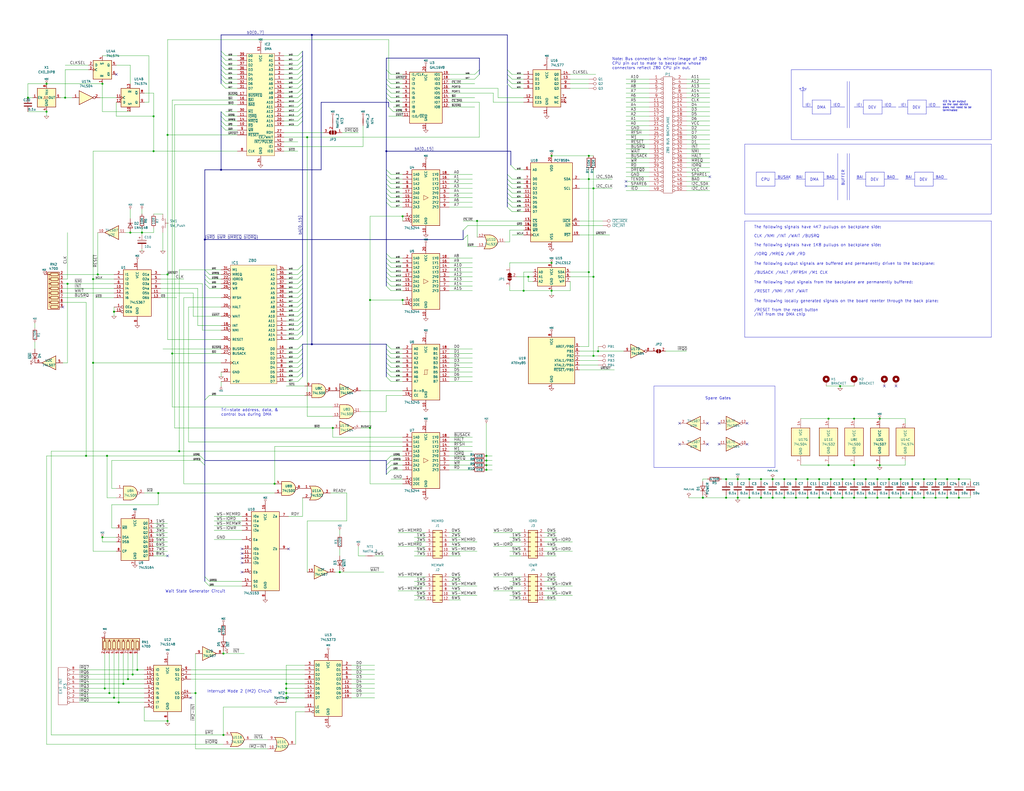
<source format=kicad_sch>
(kicad_sch (version 20230121) (generator eeschema)
  (paper "C")
  (junction (at 156.21 375.92))
  (junction (at 323.85 102.87))
  (junction (at 523.24 261.62))
  (junction (at 321.31 85.09))
  (junction (at 480.06 254))
  (junction (at 210.82 82.55))
  (junction (at 421.64 261.62))
  (junction (at 516.89 261.62))
  (junction (at 300.99 85.09))
  (junction (at 181.61 233.68))
  (junction (at 265.43 254))
  (junction (at 415.29 271.78))
  (junction (at 72.39 368.3))
  (junction (at 64.77 383.54))
  (junction (at 466.09 261.62))
  (junction (at 77.47 127))
  (junction (at 480.06 228.6))
  (junction (at 121.92 356.87))
  (junction (at 25.4 60.96))
  (junction (at 523.24 271.78))
  (junction (at 288.29 151.13))
  (junction (at 478.79 261.62))
  (junction (at 265.43 251.46))
  (junction (at 402.59 271.78))
  (junction (at 466.09 254))
  (junction (at 383.54 271.78))
  (junction (at 459.74 261.62))
  (junction (at 466.09 228.6))
  (junction (at 427.99 261.62))
  (junction (at 326.39 191.77))
  (junction (at 466.09 271.78))
  (junction (at 415.29 261.62))
  (junction (at 427.99 271.78))
  (junction (at 260.35 120.65))
  (junction (at 452.12 254))
  (junction (at 46.99 248.92))
  (junction (at 55.88 45.72))
  (junction (at 402.59 261.62))
  (junction (at 504.19 261.62))
  (junction (at 58.42 248.92))
  (junction (at 510.54 271.78))
  (junction (at 321.31 97.79))
  (junction (at 478.79 271.78))
  (junction (at 396.24 261.62))
  (junction (at 285.75 158.75))
  (junction (at 497.84 261.62))
  (junction (at 59.69 378.46))
  (junction (at 53.34 149.86))
  (junction (at 452.12 228.6))
  (junction (at 91.44 149.86))
  (junction (at 453.39 261.62))
  (junction (at 67.31 373.38))
  (junction (at 219.71 118.11))
  (junction (at 91.44 73.66))
  (junction (at 25.4 45.72))
  (junction (at 71.12 127))
  (junction (at 149.86 264.16))
  (junction (at 321.31 148.59))
  (junction (at 62.23 381))
  (junction (at 74.93 365.76))
  (junction (at 55.88 293.37))
  (junction (at 106.68 378.46))
  (junction (at 434.34 261.62))
  (junction (at 57.15 375.92))
  (junction (at 219.71 163.83))
  (junction (at 50.8 152.4))
  (junction (at 36.83 154.94))
  (junction (at 472.44 271.78))
  (junction (at 69.85 370.84))
  (junction (at 50.8 198.12))
  (junction (at 516.89 271.78))
  (junction (at 265.43 256.54))
  (junction (at 300.99 158.75))
  (junction (at 167.64 74.93))
  (junction (at 156.21 373.38))
  (junction (at 323.85 194.31))
  (junction (at 91.44 393.7))
  (junction (at 458.47 210.82))
  (junction (at 472.44 261.62))
  (junction (at 35.56 53.34))
  (junction (at 62.23 170.18))
  (junction (at 300.99 143.51))
  (junction (at 440.69 271.78))
  (junction (at 120.65 92.71))
  (junction (at 121.92 401.32))
  (junction (at 15.24 53.34))
  (junction (at 447.04 271.78))
  (junction (at 93.98 193.04))
  (junction (at 440.69 261.62))
  (junction (at 459.74 271.78))
  (junction (at 434.34 271.78))
  (junction (at 497.84 271.78))
  (junction (at 485.14 261.62))
  (junction (at 323.85 151.13))
  (junction (at 491.49 261.62))
  (junction (at 453.39 271.78))
  (junction (at 156.21 378.46))
  (junction (at 201.93 163.83))
  (junction (at 447.04 261.62))
  (junction (at 201.93 233.68))
  (junction (at 156.21 381))
  (junction (at 83.82 82.55))
  (junction (at 185.42 312.42))
  (junction (at 97.79 246.38))
  (junction (at 491.49 271.78))
  (junction (at 111.76 130.81))
  (junction (at 504.19 271.78))
  (junction (at 170.18 187.96))
  (junction (at 83.82 63.5))
  (junction (at 170.18 19.05))
  (junction (at 510.54 261.62))
  (junction (at 396.24 271.78))
  (junction (at 408.94 261.62))
  (junction (at 408.94 271.78))
  (junction (at 265.43 248.92))
  (junction (at 485.14 271.78))
  (junction (at 421.64 271.78))
  (junction (at 86.36 269.24))
  (no_connect (at 392.43 242.57))
  (no_connect (at 132.08 307.34))
  (no_connect (at 132.08 299.72))
  (no_connect (at 370.84 242.57))
  (no_connect (at 488.95 210.82))
  (no_connect (at 132.08 302.26))
  (no_connect (at 132.08 312.42))
  (no_connect (at 386.08 242.57))
  (no_connect (at 386.08 231.14))
  (no_connect (at 34.29 167.64))
  (no_connect (at 387.35 96.52))
  (no_connect (at 157.48 299.72))
  (no_connect (at 132.08 304.8))
  (no_connect (at 407.67 231.14))
  (no_connect (at 370.84 231.14))
  (no_connect (at 407.67 242.57))
  (no_connect (at 482.6 210.82))
  (no_connect (at 341.63 99.06))
  (no_connect (at 91.44 303.53))
  (no_connect (at 341.63 101.6))
  (no_connect (at 63.5 40.64))
  (no_connect (at 104.14 381))
  (no_connect (at 392.43 231.14))
  (bus_entry (at 114.3 149.86) (size -2.54 -2.54))
  (bus_entry (at 213.36 113.03) (size -2.54 -2.54))
  (bus_entry (at 276.86 107.95) (size 2.54 2.54))
  (bus_entry (at 213.36 107.95) (size -2.54 -2.54))
  (bus_entry (at 162.56 38.1) (size 2.54 -2.54))
  (bus_entry (at 210.82 259.08) (size 2.54 -2.54))
  (bus_entry (at 213.36 148.59) (size -2.54 -2.54))
  (bus_entry (at 162.56 60.96) (size 2.54 -2.54))
  (bus_entry (at 276.86 105.41) (size 2.54 2.54))
  (bus_entry (at 162.56 205.74) (size 2.54 -2.54))
  (bus_entry (at 114.3 154.94) (size -2.54 -2.54))
  (bus_entry (at 162.56 152.4) (size 2.54 -2.54))
  (bus_entry (at 162.56 40.64) (size 2.54 -2.54))
  (bus_entry (at 162.56 195.58) (size 2.54 -2.54))
  (bus_entry (at 162.56 203.2) (size 2.54 -2.54))
  (bus_entry (at 279.4 100.33) (size -2.54 -2.54))
  (bus_entry (at 162.56 33.02) (size 2.54 -2.54))
  (bus_entry (at 279.4 97.79) (size -2.54 -2.54))
  (bus_entry (at 213.36 50.8) (size -2.54 -2.54))
  (bus_entry (at 123.19 71.12) (size -2.54 -2.54))
  (bus_entry (at 213.36 158.75) (size -2.54 -2.54))
  (bus_entry (at 213.36 156.21) (size -2.54 -2.54))
  (bus_entry (at 213.36 95.25) (size -2.54 -2.54))
  (bus_entry (at 213.36 55.88) (size -2.54 -2.54))
  (bus_entry (at 162.56 45.72) (size 2.54 -2.54))
  (bus_entry (at 213.36 143.51) (size -2.54 -2.54))
  (bus_entry (at 279.4 40.64) (size -2.54 -2.54))
  (bus_entry (at 162.56 177.8) (size 2.54 -2.54))
  (bus_entry (at 114.3 157.48) (size -2.54 -2.54))
  (bus_entry (at 213.36 100.33) (size -2.54 -2.54))
  (bus_entry (at 162.56 165.1) (size 2.54 -2.54))
  (bus_entry (at 162.56 182.88) (size 2.54 -2.54))
  (bus_entry (at 252.73 125.73) (size 2.54 -2.54))
  (bus_entry (at 213.36 105.41) (size -2.54 -2.54))
  (bus_entry (at 162.56 208.28) (size 2.54 -2.54))
  (bus_entry (at 123.19 66.04) (size -2.54 -2.54))
  (bus_entry (at 162.56 200.66) (size 2.54 -2.54))
  (bus_entry (at 162.56 160.02) (size 2.54 -2.54))
  (bus_entry (at 114.3 152.4) (size -2.54 -2.54))
  (bus_entry (at 276.86 110.49) (size 2.54 2.54))
  (bus_entry (at 213.36 53.34) (size -2.54 -2.54))
  (bus_entry (at 210.82 251.46) (size 2.54 -2.54))
  (bus_entry (at 213.36 151.13) (size -2.54 -2.54))
  (bus_entry (at 213.36 110.49) (size -2.54 -2.54))
  (bus_entry (at 123.19 68.58) (size -2.54 -2.54))
  (bus_entry (at 162.56 190.5) (size 2.54 -2.54))
  (bus_entry (at 213.36 190.5) (size -2.54 -2.54))
  (bus_entry (at 111.76 317.5) (size 2.54 2.54))
  (bus_entry (at 210.82 254) (size 2.54 -2.54))
  (bus_entry (at 213.36 153.67) (size -2.54 -2.54))
  (bus_entry (at 213.36 140.97) (size -2.54 -2.54))
  (bus_entry (at 259.08 43.18) (size 2.54 -2.54))
  (bus_entry (at 259.08 40.64) (size 2.54 -2.54))
  (bus_entry (at 162.56 149.86) (size 2.54 -2.54))
  (bus_entry (at 123.19 33.02) (size -2.54 -2.54))
  (bus_entry (at 162.56 68.58) (size 2.54 -2.54))
  (bus_entry (at 210.82 256.54) (size 2.54 -2.54))
  (bus_entry (at 162.56 48.26) (size 2.54 -2.54))
  (bus_entry (at 162.56 193.04) (size 2.54 -2.54))
  (bus_entry (at 111.76 314.96) (size 2.54 2.54))
  (bus_entry (at 162.56 198.12) (size 2.54 -2.54))
  (bus_entry (at 213.36 205.74) (size -2.54 -2.54))
  (bus_entry (at 276.86 113.03) (size 2.54 2.54))
  (bus_entry (at 162.56 157.48) (size 2.54 -2.54))
  (bus_entry (at 213.36 200.66) (size -2.54 -2.54))
  (bus_entry (at 162.56 170.18) (size 2.54 -2.54))
  (bus_entry (at 162.56 175.26) (size 2.54 -2.54))
  (bus_entry (at 213.36 102.87) (size -2.54 -2.54))
  (bus_entry (at 214.63 60.96) (size -2.54 -2.54))
  (bus_entry (at 213.36 208.28) (size -2.54 -2.54))
  (bus_entry (at 281.305 92.71) (size -2.54 -2.54))
  (bus_entry (at 123.19 48.26) (size -2.54 -2.54))
  (bus_entry (at 213.36 40.64) (size -2.54 -2.54))
  (bus_entry (at 162.56 167.64) (size 2.54 -2.54))
  (bus_entry (at 123.19 45.72) (size -2.54 -2.54))
  (bus_entry (at 213.36 45.72) (size -2.54 -2.54))
  (bus_entry (at 162.56 53.34) (size 2.54 -2.54))
  (bus_entry (at 162.56 55.88) (size 2.54 -2.54))
  (bus_entry (at 213.36 146.05) (size -2.54 -2.54))
  (bus_entry (at 252.73 130.81) (size 2.54 -2.54))
  (bus_entry (at 279.4 43.18) (size -2.54 -2.54))
  (bus_entry (at 162.56 162.56) (size 2.54 -2.54))
  (bus_entry (at 162.56 63.5) (size 2.54 -2.54))
  (bus_entry (at 123.19 43.18) (size -2.54 -2.54))
  (bus_entry (at 276.86 102.87) (size 2.54 2.54))
  (bus_entry (at 276.86 100.33) (size 2.54 2.54))
  (bus_entry (at 123.19 63.5) (size -2.54 -2.54))
  (bus_entry (at 111.76 218.44) (size 2.54 -2.54))
  (bus_entry (at 123.19 30.48) (size -2.54 -2.54))
  (bus_entry (at 162.56 58.42) (size 2.54 -2.54))
  (bus_entry (at 162.56 180.34) (size 2.54 -2.54))
  (bus_entry (at 213.36 203.2) (size -2.54 -2.54))
  (bus_entry (at 109.22 251.46) (size 2.54 2.54))
  (bus_entry (at 162.56 185.42) (size 2.54 -2.54))
  (bus_entry (at 213.36 193.04) (size -2.54 -2.54))
  (bus_entry (at 162.56 35.56) (size 2.54 -2.54))
  (bus_entry (at 279.4 45.72) (size -2.54 -2.54))
  (bus_entry (at 109.22 248.92) (size 2.54 2.54))
  (bus_entry (at 213.36 97.79) (size -2.54 -2.54))
  (bus_entry (at 165.1 144.78) (size -2.54 2.54))
  (bus_entry (at 162.56 43.18) (size 2.54 -2.54))
  (bus_entry (at 162.56 172.72) (size 2.54 -2.54))
  (bus_entry (at 213.36 198.12) (size -2.54 -2.54))
  (bus_entry (at 279.4 48.26) (size -2.54 -2.54))
  (bus_entry (at 162.56 30.48) (size 2.54 -2.54))
  (bus_entry (at 162.56 66.04) (size 2.54 -2.54))
  (bus_entry (at 123.19 40.64) (size -2.54 -2.54))
  (bus_entry (at 123.19 38.1) (size -2.54 -2.54))
  (bus_entry (at 162.56 50.8) (size 2.54 -2.54))
  (bus_entry (at 162.56 154.94) (size 2.54 -2.54))
  (bus_entry (at 213.36 195.58) (size -2.54 -2.54))
  (bus_entry (at 123.19 35.56) (size -2.54 -2.54))
  (bus_entry (at 213.36 48.26) (size -2.54 -2.54))
  (polyline (pts (xy 412.75 99.06) (xy 412.75 93.98)))
  (bus (pts (xy 261.62 38.1) (xy 261.62 40.64)))
  (wire (pts (xy 129.54 45.72) (xy 123.19 45.72)))
  (wire (pts (xy 374.65 58.42) (xy 387.35 58.42)))
  (wire (pts (xy 383.54 271.78) (xy 396.24 271.78)))
  (polyline (pts (xy 541.02 116.84) (xy 406.4 116.84)))
  (wire (pts (xy 523.24 261.62) (xy 529.59 261.62)))
  (wire (pts (xy 316.23 199.39) (xy 326.39 199.39)))
  (wire (pts (xy 154.94 82.55) (xy 162.56 82.55)))
  (wire (pts (xy 167.64 74.93) (xy 167.64 227.33)))
  (wire (pts (xy 77.47 127) (xy 77.47 124.46)))
  (wire (pts (xy 34.29 152.4) (xy 36.83 152.4)))
  (wire (pts (xy 83.82 298.45) (xy 91.44 298.45)))
  (wire (pts (xy 69.85 356.87) (xy 69.85 370.84)))
  (wire (pts (xy 25.4 248.92) (xy 46.99 248.92)))
  (wire (pts (xy 219.71 97.79) (xy 213.36 97.79)))
  (wire (pts (xy 54.61 53.34) (xy 63.5 53.34)))
  (wire (pts (xy 25.4 406.4) (xy 25.4 248.92)))
  (wire (pts (xy 91.44 73.66) (xy 129.54 73.66)))
  (wire (pts (xy 129.54 43.18) (xy 123.19 43.18)))
  (bus (pts (xy 120.65 40.64) (xy 120.65 43.18)))
  (wire (pts (xy 504.19 270.51) (xy 504.19 271.78)))
  (wire (pts (xy 341.63 45.72) (xy 354.33 45.72)))
  (bus (pts (xy 120.65 19.05) (xy 170.18 19.05)))
  (polyline (pts (xy 482.6 97.79) (xy 490.22 97.79)))
  (bus (pts (xy 210.82 82.55) (xy 278.765 82.55)))
  (wire (pts (xy 279.4 128.27) (xy 285.75 128.27)))
  (wire (pts (xy 77.47 137.16) (xy 77.47 135.89)))
  (wire (pts (xy 129.54 48.26) (xy 123.19 48.26)))
  (wire (pts (xy 63.5 288.29) (xy 60.96 288.29)))
  (wire (pts (xy 245.11 246.38) (xy 257.81 246.38)))
  (wire (pts (xy 129.54 71.12) (xy 123.19 71.12)))
  (wire (pts (xy 120.65 152.4) (xy 114.3 152.4)))
  (wire (pts (xy 265.43 251.46) (xy 265.43 254)))
  (wire (pts (xy 245.11 208.28) (xy 257.81 208.28)))
  (polyline (pts (xy 499.11 99.06) (xy 499.11 101.6)))
  (polyline (pts (xy 505.46 58.42) (xy 513.08 58.42)))
  (wire (pts (xy 212.09 21.59) (xy 91.44 21.59)))
  (wire (pts (xy 93.98 193.04) (xy 93.98 54.61)))
  (wire (pts (xy 154.94 35.56) (xy 162.56 35.56)))
  (wire (pts (xy 491.49 261.62) (xy 497.84 261.62)))
  (wire (pts (xy 57.15 356.87) (xy 57.15 375.92)))
  (wire (pts (xy 300.99 158.75) (xy 285.75 158.75)))
  (wire (pts (xy 245.11 322.58) (xy 251.46 322.58)))
  (wire (pts (xy 55.88 295.91) (xy 63.5 295.91)))
  (wire (pts (xy 35.56 53.34) (xy 39.37 53.34)))
  (wire (pts (xy 154.94 30.48) (xy 162.56 30.48)))
  (wire (pts (xy 374.65 73.66) (xy 387.35 73.66)))
  (wire (pts (xy 516.89 261.62) (xy 523.24 261.62)))
  (wire (pts (xy 83.82 303.53) (xy 91.44 303.53)))
  (wire (pts (xy 87.63 157.48) (xy 107.95 157.48)))
  (wire (pts (xy 245.11 43.18) (xy 259.08 43.18)))
  (polyline (pts (xy 406.4 120.65) (xy 541.02 120.65)))
  (wire (pts (xy 374.65 63.5) (xy 387.35 63.5)))
  (wire (pts (xy 245.11 156.21) (xy 257.81 156.21)))
  (wire (pts (xy 185.42 292.1) (xy 185.42 289.56)))
  (wire (pts (xy 78.74 269.24) (xy 86.36 269.24)))
  (polyline (pts (xy 541.02 184.15) (xy 406.4 184.15)))
  (wire (pts (xy 154.94 55.88) (xy 162.56 55.88)))
  (wire (pts (xy 120.65 203.2) (xy 120.65 205.74)))
  (wire (pts (xy 78.74 386.08) (xy 78.74 393.7)))
  (wire (pts (xy 121.92 356.87) (xy 121.92 355.6)))
  (wire (pts (xy 87.63 149.86) (xy 91.44 149.86)))
  (polyline (pts (xy 453.39 58.42) (xy 461.01 58.42)))
  (wire (pts (xy 341.63 78.74) (xy 354.33 78.74)))
  (wire (pts (xy 83.82 290.83) (xy 91.44 290.83)))
  (wire (pts (xy 43.18 368.3) (xy 72.39 368.3)))
  (wire (pts (xy 219.71 107.95) (xy 213.36 107.95)))
  (wire (pts (xy 55.88 30.48) (xy 81.28 30.48)))
  (wire (pts (xy 36.83 127) (xy 36.83 152.4)))
  (wire (pts (xy 201.93 264.16) (xy 219.71 264.16)))
  (wire (pts (xy 447.04 261.62) (xy 447.04 262.89)))
  (wire (pts (xy 269.24 322.58) (xy 284.48 322.58)))
  (polyline (pts (xy 439.42 93.98) (xy 449.58 93.98)))
  (polyline (pts (xy 481.33 58.42) (xy 488.95 58.42)))
  (wire (pts (xy 279.4 113.03) (xy 285.75 113.03)))
  (bus (pts (xy 210.82 203.2) (xy 210.82 205.74)))
  (wire (pts (xy 77.47 127) (xy 83.82 127)))
  (wire (pts (xy 226.06 320.04) (xy 232.41 320.04)))
  (wire (pts (xy 25.4 45.72) (xy 55.88 45.72)))
  (wire (pts (xy 219.71 113.03) (xy 213.36 113.03)))
  (wire (pts (xy 43.18 383.54) (xy 64.77 383.54)))
  (wire (pts (xy 191.77 375.92) (xy 204.47 375.92)))
  (wire (pts (xy 494.03 228.6) (xy 494.03 231.14)))
  (wire (pts (xy 195.58 298.45) (xy 195.58 303.53)))
  (bus (pts (xy 165.1 43.18) (xy 165.1 45.72)))
  (wire (pts (xy 434.34 261.62) (xy 434.34 262.89)))
  (wire (pts (xy 191.77 370.84) (xy 204.47 370.84)))
  (bus (pts (xy 210.82 95.25) (xy 210.82 97.79)))
  (wire (pts (xy 316.23 196.85) (xy 326.39 196.85)))
  (wire (pts (xy 323.85 194.31) (xy 316.23 194.31)))
  (wire (pts (xy 279.4 102.87) (xy 285.75 102.87)))
  (wire (pts (xy 62.23 381) (xy 78.74 381)))
  (bus (pts (xy 210.82 254) (xy 210.82 256.54)))
  (bus (pts (xy 120.65 66.04) (xy 120.65 68.58)))
  (polyline (pts (xy 449.58 93.98) (xy 449.58 101.6)))
  (wire (pts (xy 219.71 50.8) (xy 213.36 50.8)))
  (wire (pts (xy 245.11 248.92) (xy 257.81 248.92)))
  (bus (pts (xy 120.65 19.05) (xy 120.65 27.94)))
  (wire (pts (xy 95.25 233.68) (xy 181.61 233.68)))
  (wire (pts (xy 129.54 33.02) (xy 123.19 33.02)))
  (wire (pts (xy 245.11 148.59) (xy 257.81 148.59)))
  (wire (pts (xy 78.74 393.7) (xy 91.44 393.7)))
  (wire (pts (xy 269.24 55.88) (xy 285.75 55.88)))
  (wire (pts (xy 341.63 43.18) (xy 354.33 43.18)))
  (wire (pts (xy 156.21 147.32) (xy 162.56 147.32)))
  (wire (pts (xy 252.73 120.65) (xy 260.35 120.65)))
  (bus (pts (xy 210.82 97.79) (xy 210.82 100.33)))
  (bus (pts (xy 120.65 35.56) (xy 120.65 38.1)))
  (wire (pts (xy 341.63 73.66) (xy 354.33 73.66)))
  (bus (pts (xy 210.82 195.58) (xy 210.82 198.12)))
  (wire (pts (xy 156.21 185.42) (xy 162.56 185.42)))
  (wire (pts (xy 245.11 203.2) (xy 257.81 203.2)))
  (wire (pts (xy 245.11 55.88) (xy 261.62 55.88)))
  (wire (pts (xy 374.65 83.82) (xy 387.35 83.82)))
  (wire (pts (xy 311.15 40.64) (xy 325.12 40.64)))
  (bus (pts (xy 210.82 48.26) (xy 210.82 50.8)))
  (wire (pts (xy 374.65 48.26) (xy 387.35 48.26)))
  (wire (pts (xy 245.11 48.26) (xy 271.78 48.26)))
  (wire (pts (xy 219.71 198.12) (xy 213.36 198.12)))
  (polyline (pts (xy 356.87 210.82) (xy 356.87 255.27)))
  (wire (pts (xy 88.9 190.5) (xy 120.65 190.5)))
  (wire (pts (xy 226.06 300.99) (xy 232.41 300.99)))
  (polyline (pts (xy 438.15 49.53) (xy 438.15 58.42)))
  (bus (pts (xy 165.1 193.04) (xy 165.1 195.58)))
  (wire (pts (xy 278.13 158.75) (xy 285.75 158.75)))
  (wire (pts (xy 154.94 58.42) (xy 162.56 58.42)))
  (wire (pts (xy 440.69 270.51) (xy 440.69 271.78)))
  (polyline (pts (xy 505.46 62.23) (xy 495.3 62.23)))
  (polyline (pts (xy 422.91 101.6) (xy 412.75 101.6)))
  (polyline (pts (xy 482.6 101.6) (xy 472.44 101.6)))
  (bus (pts (xy 210.82 53.34) (xy 210.82 82.55)))
  (wire (pts (xy 156.21 373.38) (xy 156.21 375.92)))
  (wire (pts (xy 341.63 55.88) (xy 354.33 55.88)))
  (wire (pts (xy 219.71 105.41) (xy 213.36 105.41)))
  (wire (pts (xy 269.24 298.45) (xy 284.48 298.45)))
  (wire (pts (xy 67.31 356.87) (xy 67.31 373.38)))
  (bus (pts (xy 210.82 38.1) (xy 210.82 43.18)))
  (wire (pts (xy 341.63 48.26) (xy 354.33 48.26)))
  (wire (pts (xy 374.65 60.96) (xy 387.35 60.96)))
  (bus (pts (xy 111.76 254) (xy 111.76 314.96)))
  (wire (pts (xy 156.21 193.04) (xy 162.56 193.04)))
  (wire (pts (xy 78.74 373.38) (xy 67.31 373.38)))
  (wire (pts (xy 93.98 54.61) (xy 129.54 54.61)))
  (bus (pts (xy 111.76 154.94) (xy 111.76 218.44)))
  (bus (pts (xy 165.1 45.72) (xy 165.1 48.26)))
  (wire (pts (xy 415.29 261.62) (xy 415.29 262.89)))
  (wire (pts (xy 226.06 317.5) (xy 232.41 317.5)))
  (wire (pts (xy 87.63 154.94) (xy 110.49 154.94)))
  (wire (pts (xy 290.83 151.13) (xy 288.29 151.13)))
  (wire (pts (xy 245.11 254) (xy 257.81 254)))
  (wire (pts (xy 466.09 270.51) (xy 466.09 271.78)))
  (polyline (pts (xy 449.58 97.79) (xy 457.2 97.79)))
  (wire (pts (xy 447.04 261.62) (xy 453.39 261.62)))
  (bus (pts (xy 165.1 180.34) (xy 165.1 182.88)))
  (wire (pts (xy 52.07 162.56) (xy 62.23 162.56)))
  (bus (pts (xy 276.86 100.33) (xy 276.86 102.87)))
  (polyline (pts (xy 453.39 62.23) (xy 443.23 62.23)))
  (wire (pts (xy 383.54 262.89) (xy 383.54 261.62)))
  (wire (pts (xy 19.05 190.5) (xy 19.05 186.69)))
  (wire (pts (xy 226.06 303.53) (xy 232.41 303.53)))
  (polyline (pts (xy 482.6 93.98) (xy 482.6 101.6)))
  (wire (pts (xy 156.21 172.72) (xy 162.56 172.72)))
  (bus (pts (xy 165.1 53.34) (xy 165.1 55.88)))
  (polyline (pts (xy 412.75 93.98) (xy 422.91 93.98)))
  (polyline (pts (xy 422.91 210.82) (xy 356.87 210.82)))
  (bus (pts (xy 276.86 102.87) (xy 276.86 105.41)))
  (wire (pts (xy 165.1 271.78) (xy 165.1 281.94)))
  (wire (pts (xy 156.21 203.2) (xy 162.56 203.2)))
  (wire (pts (xy 341.63 63.5) (xy 354.33 63.5)))
  (wire (pts (xy 278.13 303.53) (xy 284.48 303.53)))
  (wire (pts (xy 57.15 375.92) (xy 78.74 375.92)))
  (wire (pts (xy 189.23 269.24) (xy 189.23 284.48)))
  (wire (pts (xy 149.86 264.16) (xy 149.86 243.84)))
  (bus (pts (xy 165.1 195.58) (xy 165.1 198.12)))
  (bus (pts (xy 120.65 27.94) (xy 120.65 30.48)))
  (wire (pts (xy 62.23 170.18) (xy 62.23 172.72)))
  (polyline (pts (xy 406.4 78.74) (xy 406.4 116.84)))
  (wire (pts (xy 278.13 125.73) (xy 278.13 132.08)))
  (wire (pts (xy 245.11 107.95) (xy 257.81 107.95)))
  (wire (pts (xy 374.65 55.88) (xy 387.35 55.88)))
  (wire (pts (xy 297.18 317.5) (xy 303.53 317.5)))
  (wire (pts (xy 326.39 189.23) (xy 326.39 191.77)))
  (wire (pts (xy 219.71 208.28) (xy 213.36 208.28)))
  (wire (pts (xy 321.31 97.79) (xy 334.01 97.79)))
  (wire (pts (xy 245.11 140.97) (xy 257.81 140.97)))
  (wire (pts (xy 383.54 261.62) (xy 386.08 261.62)))
  (wire (pts (xy 245.11 158.75) (xy 257.81 158.75)))
  (bus (pts (xy 261.62 31.75) (xy 261.62 38.1)))
  (wire (pts (xy 245.11 256.54) (xy 257.81 256.54)))
  (wire (pts (xy 110.49 154.94) (xy 110.49 180.34)))
  (wire (pts (xy 154.94 72.39) (xy 176.53 72.39)))
  (wire (pts (xy 185.42 303.53) (xy 185.42 299.72)))
  (wire (pts (xy 374.65 99.06) (xy 387.35 99.06)))
  (wire (pts (xy 341.63 101.6) (xy 354.33 101.6)))
  (wire (pts (xy 43.18 375.92) (xy 57.15 375.92)))
  (polyline (pts (xy 434.34 97.79) (xy 439.42 97.79)))
  (wire (pts (xy 402.59 261.62) (xy 408.94 261.62)))
  (bus (pts (xy 165.1 48.26) (xy 165.1 50.8)))
  (wire (pts (xy 245.11 58.42) (xy 259.08 58.42)))
  (wire (pts (xy 219.71 153.67) (xy 213.36 153.67)))
  (wire (pts (xy 100.33 162.56) (xy 120.65 162.56)))
  (wire (pts (xy 156.21 200.66) (xy 162.56 200.66)))
  (bus (pts (xy 276.86 107.95) (xy 276.86 110.49)))
  (wire (pts (xy 415.29 271.78) (xy 421.64 271.78)))
  (wire (pts (xy 288.29 153.67) (xy 290.83 153.67)))
  (polyline (pts (xy 481.33 62.23) (xy 471.17 62.23)))
  (polyline (pts (xy 412.75 99.06) (xy 412.75 101.6)))
  (bus (pts (xy 165.1 30.48) (xy 165.1 33.02)))
  (wire (pts (xy 219.71 156.21) (xy 213.36 156.21)))
  (wire (pts (xy 58.42 248.92) (xy 109.22 248.92)))
  (wire (pts (xy 124.46 52.07) (xy 129.54 52.07)))
  (wire (pts (xy 60.96 251.46) (xy 60.96 266.7)))
  (polyline (pts (xy 457.2 83.82) (xy 457.2 109.22)))
  (bus (pts (xy 210.82 187.96) (xy 210.82 190.5)))
  (wire (pts (xy 297.18 295.91) (xy 312.42 295.91)))
  (wire (pts (xy 63.5 35.56) (xy 71.12 35.56)))
  (wire (pts (xy 219.71 60.96) (xy 214.63 60.96)))
  (wire (pts (xy 83.82 293.37) (xy 91.44 293.37)))
  (wire (pts (xy 415.29 270.51) (xy 415.29 271.78)))
  (wire (pts (xy 83.82 82.55) (xy 129.54 82.55)))
  (polyline (pts (xy 509.27 93.98) (xy 509.27 101.6)))
  (bus (pts (xy 120.65 60.96) (xy 120.65 63.5)))
  (bus (pts (xy 210.82 140.97) (xy 210.82 143.51)))
  (wire (pts (xy 245.11 146.05) (xy 257.81 146.05)))
  (wire (pts (xy 156.21 162.56) (xy 162.56 162.56)))
  (wire (pts (xy 217.17 298.45) (xy 232.41 298.45)))
  (wire (pts (xy 374.65 86.36) (xy 387.35 86.36)))
  (polyline (pts (xy 495.3 59.69) (xy 495.3 62.23)))
  (wire (pts (xy 219.71 193.04) (xy 213.36 193.04)))
  (bus (pts (xy 210.82 193.04) (xy 210.82 195.58)))
  (wire (pts (xy 323.85 92.71) (xy 323.85 102.87)))
  (bus (pts (xy 165.1 162.56) (xy 165.1 165.1)))
  (wire (pts (xy 453.39 261.62) (xy 453.39 262.89)))
  (wire (pts (xy 15.24 60.96) (xy 25.4 60.96)))
  (wire (pts (xy 383.54 270.51) (xy 383.54 271.78)))
  (wire (pts (xy 374.65 76.2) (xy 387.35 76.2)))
  (wire (pts (xy 485.14 271.78) (xy 491.49 271.78)))
  (wire (pts (xy 497.84 271.78) (xy 504.19 271.78)))
  (wire (pts (xy 50.8 198.12) (xy 120.65 198.12)))
  (wire (pts (xy 300.99 158.75) (xy 300.99 161.29)))
  (wire (pts (xy 95.25 57.15) (xy 95.25 233.68)))
  (wire (pts (xy 25.4 406.4) (xy 121.92 406.4)))
  (wire (pts (xy 67.31 373.38) (xy 43.18 373.38)))
  (wire (pts (xy 217.17 314.96) (xy 232.41 314.96)))
  (wire (pts (xy 402.59 271.78) (xy 408.94 271.78)))
  (wire (pts (xy 341.63 68.58) (xy 354.33 68.58)))
  (wire (pts (xy 245.11 298.45) (xy 251.46 298.45)))
  (wire (pts (xy 100.33 264.16) (xy 149.86 264.16)))
  (wire (pts (xy 62.23 167.64) (xy 62.23 170.18)))
  (wire (pts (xy 83.82 124.46) (xy 83.82 127)))
  (wire (pts (xy 34.29 157.48) (xy 62.23 157.48)))
  (wire (pts (xy 453.39 270.51) (xy 453.39 271.78)))
  (wire (pts (xy 316.23 123.19) (xy 328.93 123.19)))
  (bus (pts (xy 165.1 66.04) (xy 165.1 144.78)))
  (wire (pts (xy 265.43 231.14) (xy 265.43 248.92)))
  (polyline (pts (xy 541.02 120.65) (xy 541.02 184.15)))
  (wire (pts (xy 219.71 102.87) (xy 213.36 102.87)))
  (wire (pts (xy 83.82 63.5) (xy 83.82 82.55)))
  (wire (pts (xy 154.94 33.02) (xy 162.56 33.02)))
  (wire (pts (xy 321.31 189.23) (xy 316.23 189.23)))
  (bus (pts (xy 210.82 251.46) (xy 111.76 251.46)))
  (wire (pts (xy 311.15 45.72) (xy 321.31 45.72)))
  (bus (pts (xy 210.82 190.5) (xy 210.82 193.04)))
  (wire (pts (xy 316.23 191.77) (xy 326.39 191.77)))
  (wire (pts (xy 323.85 102.87) (xy 323.85 151.13)))
  (wire (pts (xy 154.94 77.47) (xy 162.56 77.47)))
  (wire (pts (xy 116.84 294.64) (xy 132.08 294.64)))
  (wire (pts (xy 415.29 261.62) (xy 421.64 261.62)))
  (wire (pts (xy 452.12 254) (xy 466.09 254)))
  (wire (pts (xy 156.21 375.92) (xy 166.37 375.92)))
  (wire (pts (xy 311.15 48.26) (xy 321.31 48.26)))
  (wire (pts (xy 226.06 327.66) (xy 232.41 327.66)))
  (wire (pts (xy 459.74 271.78) (xy 466.09 271.78)))
  (wire (pts (xy 219.71 95.25) (xy 213.36 95.25)))
  (wire (pts (xy 436.88 228.6) (xy 452.12 228.6)))
  (wire (pts (xy 213.36 251.46) (xy 219.71 251.46)))
  (wire (pts (xy 297.18 325.12) (xy 312.42 325.12)))
  (wire (pts (xy 219.71 55.88) (xy 213.36 55.88)))
  (wire (pts (xy 212.09 43.18) (xy 219.71 43.18)))
  (wire (pts (xy 245.11 50.8) (xy 269.24 50.8)))
  (wire (pts (xy 34.29 162.56) (xy 46.99 162.56)))
  (wire (pts (xy 156.21 149.86) (xy 162.56 149.86)))
  (wire (pts (xy 472.44 261.62) (xy 478.79 261.62)))
  (wire (pts (xy 458.47 210.82) (xy 466.09 210.82)))
  (wire (pts (xy 185.42 312.42) (xy 209.55 312.42)))
  (bus (pts (xy 210.82 50.8) (xy 210.82 53.34)))
  (wire (pts (xy 15.24 45.72) (xy 25.4 45.72)))
  (wire (pts (xy 217.17 290.83) (xy 232.41 290.83)))
  (polyline (pts (xy 436.88 49.53) (xy 439.42 49.53)))
  (bus (pts (xy 210.82 31.75) (xy 210.82 38.1)))
  (wire (pts (xy 510.54 261.62) (xy 510.54 262.89)))
  (wire (pts (xy 154.94 63.5) (xy 162.56 63.5)))
  (wire (pts (xy 278.13 156.21) (xy 278.13 158.75)))
  (wire (pts (xy 83.82 82.55) (xy 50.8 82.55)))
  (wire (pts (xy 199.39 303.53) (xy 195.58 303.53)))
  (wire (pts (xy 191.77 378.46) (xy 204.47 378.46)))
  (wire (pts (xy 480.06 254) (xy 494.03 254)))
  (wire (pts (xy 271.78 53.34) (xy 285.75 53.34)))
  (wire (pts (xy 191.77 365.76) (xy 204.47 365.76)))
  (wire (pts (xy 341.63 50.8) (xy 354.33 50.8)))
  (wire (pts (xy 154.94 45.72) (xy 162.56 45.72)))
  (wire (pts (xy 95.25 57.15) (xy 129.54 57.15)))
  (wire (pts (xy 36.83 154.94) (xy 62.23 154.94)))
  (wire (pts (xy 86.36 269.24) (xy 149.86 269.24)))
  (wire (pts (xy 288.29 151.13) (xy 288.29 153.67)))
  (wire (pts (xy 156.21 198.12) (xy 162.56 198.12)))
  (polyline (pts (xy 541.02 38.1) (xy 541.02 76.2)))
  (wire (pts (xy 278.13 143.51) (xy 300.99 143.51)))
  (wire (pts (xy 81.28 55.88) (xy 78.74 55.88)))
  (wire (pts (xy 300.99 85.09) (xy 321.31 85.09)))
  (wire (pts (xy 297.18 322.58) (xy 303.53 322.58)))
  (wire (pts (xy 219.71 120.65) (xy 219.71 118.11)))
  (wire (pts (xy 261.62 74.93) (xy 261.62 55.88)))
  (wire (pts (xy 105.41 172.72) (xy 120.65 172.72)))
  (wire (pts (xy 321.31 85.09) (xy 323.85 85.09)))
  (wire (pts (xy 494.03 254) (xy 494.03 251.46)))
  (bus (pts (xy 165.1 149.86) (xy 165.1 152.4)))
  (polyline (pts (xy 481.33 54.61) (xy 481.33 62.23)))
  (bus (pts (xy 276.86 110.49) (xy 276.86 113.03)))
  (wire (pts (xy 74.93 365.76) (xy 78.74 365.76)))
  (polyline (pts (xy 463.55 44.45) (xy 463.55 69.85)))
  (wire (pts (xy 104.14 378.46) (xy 106.68 378.46)))
  (wire (pts (xy 116.84 289.56) (xy 132.08 289.56)))
  (bus (pts (xy 165.1 33.02) (xy 165.1 35.56)))
  (polyline (pts (xy 422.91 93.98) (xy 422.91 101.6)))
  (wire (pts (xy 321.31 92.71) (xy 321.31 97.79)))
  (wire (pts (xy 245.11 113.03) (xy 257.81 113.03)))
  (wire (pts (xy 156.21 210.82) (xy 166.37 210.82)))
  (wire (pts (xy 245.11 143.51) (xy 257.81 143.51)))
  (wire (pts (xy 323.85 151.13) (xy 311.15 151.13)))
  (wire (pts (xy 156.21 381) (xy 156.21 383.54)))
  (bus (pts (xy 165.1 147.32) (xy 165.1 149.86)))
  (wire (pts (xy 323.85 151.13) (xy 323.85 194.31)))
  (wire (pts (xy 156.21 165.1) (xy 162.56 165.1)))
  (wire (pts (xy 341.63 66.04) (xy 354.33 66.04)))
  (wire (pts (xy 529.59 261.62) (xy 529.59 262.89)))
  (wire (pts (xy 265.43 254) (xy 268.605 254)))
  (wire (pts (xy 436.88 254) (xy 452.12 254)))
  (wire (pts (xy 219.71 190.5) (xy 213.36 190.5)))
  (wire (pts (xy 245.11 95.25) (xy 257.81 95.25)))
  (wire (pts (xy 156.21 182.88) (xy 162.56 182.88)))
  (wire (pts (xy 104.14 370.84) (xy 166.37 370.84)))
  (wire (pts (xy 459.74 261.62) (xy 466.09 261.62)))
  (wire (pts (xy 210.82 224.79) (xy 210.82 215.9)))
  (wire (pts (xy 427.99 270.51) (xy 427.99 271.78)))
  (wire (pts (xy 374.65 91.44) (xy 387.35 91.44)))
  (wire (pts (xy 156.21 167.64) (xy 162.56 167.64)))
  (bus (pts (xy 210.82 102.87) (xy 210.82 105.41)))
  (wire (pts (xy 191.77 363.22) (xy 204.47 363.22)))
  (wire (pts (xy 219.71 163.83) (xy 201.93 163.83)))
  (wire (pts (xy 212.09 21.59) (xy 212.09 43.18)))
  (wire (pts (xy 393.7 261.62) (xy 396.24 261.62)))
  (wire (pts (xy 154.94 40.64) (xy 162.56 40.64)))
  (wire (pts (xy 341.63 60.96) (xy 354.33 60.96)))
  (wire (pts (xy 245.11 193.04) (xy 257.81 193.04)))
  (wire (pts (xy 35.56 35.56) (xy 48.26 35.56)))
  (wire (pts (xy 219.71 58.42) (xy 214.63 58.42)))
  (wire (pts (xy 204.47 303.53) (xy 209.55 303.53)))
  (wire (pts (xy 402.59 261.62) (xy 402.59 262.89)))
  (wire (pts (xy 71.12 35.56) (xy 71.12 45.72)))
  (bus (pts (xy 165.1 203.2) (xy 165.1 205.74)))
  (wire (pts (xy 269.24 314.96) (xy 284.48 314.96)))
  (wire (pts (xy 285.75 97.79) (xy 279.4 97.79)))
  (wire (pts (xy 154.94 43.18) (xy 162.56 43.18)))
  (wire (pts (xy 245.11 40.64) (xy 259.08 40.64)))
  (wire (pts (xy 191.77 373.38) (xy 204.47 373.38)))
  (bus (pts (xy 111.76 92.71) (xy 120.65 92.71)))
  (wire (pts (xy 35.56 38.1) (xy 48.26 38.1)))
  (wire (pts (xy 504.19 261.62) (xy 510.54 261.62)))
  (polyline (pts (xy 509.27 97.79) (xy 516.89 97.79)))
  (bus (pts (xy 165.1 58.42) (xy 165.1 60.96)))
  (wire (pts (xy 156.21 170.18) (xy 162.56 170.18)))
  (wire (pts (xy 278.13 295.91) (xy 284.48 295.91)))
  (wire (pts (xy 278.13 300.99) (xy 284.48 300.99)))
  (wire (pts (xy 440.69 271.78) (xy 447.04 271.78)))
  (wire (pts (xy 297.18 327.66) (xy 303.53 327.66)))
  (bus (pts (xy 111.76 218.44) (xy 111.76 251.46)))
  (polyline (pts (xy 406.4 78.74) (xy 541.02 78.74)))
  (wire (pts (xy 245.11 241.3) (xy 257.81 241.3)))
  (wire (pts (xy 137.16 403.86) (xy 146.05 403.86)))
  (wire (pts (xy 466.09 271.78) (xy 472.44 271.78)))
  (wire (pts (xy 321.31 148.59) (xy 311.15 148.59)))
  (wire (pts (xy 156.21 381) (xy 166.37 381)))
  (wire (pts (xy 491.49 261.62) (xy 491.49 262.89)))
  (bus (pts (xy 276.86 97.79) (xy 276.86 100.33)))
  (wire (pts (xy 191.77 368.3) (xy 204.47 368.3)))
  (wire (pts (xy 116.84 281.94) (xy 132.08 281.94)))
  (wire (pts (xy 219.71 140.97) (xy 213.36 140.97)))
  (wire (pts (xy 219.71 143.51) (xy 213.36 143.51)))
  (wire (pts (xy 181.61 227.33) (xy 167.64 227.33)))
  (bus (pts (xy 120.65 63.5) (xy 120.65 66.04)))
  (wire (pts (xy 516.89 270.51) (xy 516.89 271.78)))
  (wire (pts (xy 129.54 30.48) (xy 123.19 30.48)))
  (wire (pts (xy 279.4 107.95) (xy 285.75 107.95)))
  (wire (pts (xy 316.23 128.27) (xy 332.74 128.27)))
  (wire (pts (xy 245.11 200.66) (xy 257.81 200.66)))
  (polyline (pts (xy 466.09 58.42) (xy 471.17 58.42)))
  (wire (pts (xy 107.95 177.8) (xy 120.65 177.8)))
  (bus (pts (xy 276.86 105.41) (xy 276.86 107.95)))
  (wire (pts (xy 326.39 191.77) (xy 340.36 191.77)))
  (wire (pts (xy 472.44 262.89) (xy 472.44 261.62)))
  (polyline (pts (xy 472.44 93.98) (xy 482.6 93.98)))
  (wire (pts (xy 497.84 261.62) (xy 504.19 261.62)))
  (wire (pts (xy 15.24 45.72) (xy 15.24 53.34)))
  (wire (pts (xy 297.18 298.45) (xy 303.53 298.45)))
  (wire (pts (xy 102.87 167.64) (xy 102.87 241.3)))
  (wire (pts (xy 341.63 58.42) (xy 354.33 58.42)))
  (wire (pts (xy 245.11 314.96) (xy 251.46 314.96)))
  (bus (pts (xy 165.1 154.94) (xy 165.1 157.48)))
  (wire (pts (xy 181.61 233.68) (xy 181.61 238.76)))
  (wire (pts (xy 91.44 21.59) (xy 91.44 73.66)))
  (wire (pts (xy 189.23 284.48) (xy 167.64 284.48)))
  (bus (pts (xy 120.65 43.18) (xy 120.65 45.72)))
  (polyline (pts (xy 439.42 99.06) (xy 439.42 93.98)))
  (wire (pts (xy 245.11 295.91) (xy 260.35 295.91)))
  (polyline (pts (xy 406.4 120.65) (xy 406.4 184.15)))
  (wire (pts (xy 219.71 110.49) (xy 213.36 110.49)))
  (bus (pts (xy 111.76 314.96) (xy 111.76 317.5)))
  (wire (pts (xy 156.21 378.46) (xy 156.21 381)))
  (polyline (pts (xy 439.42 99.06) (xy 439.42 101.6)))
  (wire (pts (xy 485.14 262.89) (xy 485.14 261.62)))
  (wire (pts (xy 165.1 281.94) (xy 157.48 281.94)))
  (wire (pts (xy 341.63 91.44) (xy 354.33 91.44)))
  (wire (pts (xy 434.34 270.51) (xy 434.34 271.78)))
  (wire (pts (xy 269.24 290.83) (xy 284.48 290.83)))
  (wire (pts (xy 421.64 261.62) (xy 427.99 261.62)))
  (wire (pts (xy 201.93 118.11) (xy 201.93 163.83)))
  (bus (pts (xy 111.76 251.46) (xy 111.76 254)))
  (wire (pts (xy 472.44 271.78) (xy 472.44 270.51)))
  (bus (pts (xy 170.18 19.05) (xy 276.86 19.05)))
  (wire (pts (xy 341.63 76.2) (xy 354.33 76.2)))
  (wire (pts (xy 27.94 401.32) (xy 27.94 246.38)))
  (polyline (pts (xy 509.27 101.6) (xy 499.11 101.6)))
  (bus (pts (xy 212.09 55.88) (xy 212.09 58.42)))
  (wire (pts (xy 523.24 270.51) (xy 523.24 271.78)))
  (wire (pts (xy 245.11 110.49) (xy 257.81 110.49)))
  (wire (pts (xy 374.65 78.74) (xy 387.35 78.74)))
  (bus (pts (xy 210.82 82.55) (xy 210.82 92.71)))
  (wire (pts (xy 219.71 200.66) (xy 213.36 200.66)))
  (wire (pts (xy 50.8 300.99) (xy 63.5 300.99)))
  (wire (pts (xy 245.11 53.34) (xy 259.08 53.34)))
  (wire (pts (xy 156.21 180.34) (xy 162.56 180.34)))
  (wire (pts (xy 102.87 241.3) (xy 219.71 241.3)))
  (wire (pts (xy 219.71 166.37) (xy 219.71 163.83)))
  (wire (pts (xy 91.44 393.7) (xy 91.44 394.97)))
  (wire (pts (xy 129.54 40.64) (xy 123.19 40.64)))
  (bus (pts (xy 165.1 160.02) (xy 165.1 162.56)))
  (wire (pts (xy 285.75 48.26) (xy 279.4 48.26)))
  (wire (pts (xy 106.68 356.87) (xy 106.68 378.46)))
  (wire (pts (xy 374.65 50.8) (xy 387.35 50.8)))
  (wire (pts (xy 374.65 43.18) (xy 387.35 43.18)))
  (wire (pts (xy 278.13 327.66) (xy 284.48 327.66)))
  (bus (pts (xy 212.09 55.88) (xy 175.26 55.88)))
  (wire (pts (xy 447.04 271.78) (xy 453.39 271.78)))
  (bus (pts (xy 120.65 33.02) (xy 120.65 35.56)))
  (bus (pts (xy 210.82 251.46) (xy 210.82 254)))
  (wire (pts (xy 156.21 154.94) (xy 162.56 154.94)))
  (bus (pts (xy 210.82 151.13) (xy 210.82 153.67)))
  (wire (pts (xy 60.96 288.29) (xy 60.96 275.59)))
  (bus (pts (xy 165.1 187.96) (xy 165.1 190.5)))
  (wire (pts (xy 480.06 228.6) (xy 494.03 228.6)))
  (wire (pts (xy 156.21 363.22) (xy 156.21 373.38)))
  (wire (pts (xy 156.21 205.74) (xy 162.56 205.74)))
  (wire (pts (xy 104.14 365.76) (xy 166.37 365.76)))
  (wire (pts (xy 129.54 60.96) (xy 123.19 60.96)))
  (wire (pts (xy 255.27 134.62) (xy 260.35 134.62)))
  (wire (pts (xy 321.31 148.59) (xy 321.31 189.23)))
  (bus (pts (xy 111.76 154.94) (xy 111.76 152.4)))
  (wire (pts (xy 114.3 215.9) (xy 166.37 215.9)))
  (wire (pts (xy 285.75 40.64) (xy 279.4 40.64)))
  (wire (pts (xy 323.85 102.87) (xy 334.01 102.87)))
  (wire (pts (xy 297.18 300.99) (xy 312.42 300.99)))
  (wire (pts (xy 321.31 97.79) (xy 321.31 148.59)))
  (wire (pts (xy 129.54 66.04) (xy 123.19 66.04)))
  (wire (pts (xy 374.65 45.72) (xy 387.35 45.72)))
  (wire (pts (xy 129.54 38.1) (xy 123.19 38.1)))
  (wire (pts (xy 154.94 68.58) (xy 162.56 68.58)))
  (wire (pts (xy 421.64 271.78) (xy 427.99 271.78)))
  (wire (pts (xy 529.59 270.51) (xy 529.59 271.78)))
  (wire (pts (xy 374.65 104.14) (xy 387.35 104.14)))
  (wire (pts (xy 46.99 165.1) (xy 46.99 248.92)))
  (wire (pts (xy 466.09 262.89) (xy 466.09 261.62)))
  (wire (pts (xy 374.65 53.34) (xy 387.35 53.34)))
  (bus (pts (xy 175.26 55.88) (xy 175.26 92.71)))
  (wire (pts (xy 97.79 147.32) (xy 111.76 147.32)))
  (bus (pts (xy 276.86 46.355) (xy 276.86 95.25)))
  (wire (pts (xy 374.65 81.28) (xy 387.35 81.28)))
  (bus (pts (xy 276.86 38.1) (xy 276.86 40.64)))
  (wire (pts (xy 114.3 320.04) (xy 132.08 320.04)))
  (wire (pts (xy 154.94 80.01) (xy 198.12 80.01)))
  (wire (pts (xy 245.11 317.5) (xy 251.46 317.5)))
  (wire (pts (xy 166.37 388.62) (xy 161.29 388.62)))
  (wire (pts (xy 154.94 74.93) (xy 167.64 74.93)))
  (polyline (pts (xy 356.87 255.27) (xy 422.91 255.27)))
  (wire (pts (xy 50.8 82.55) (xy 50.8 152.4)))
  (bus (pts (xy 210.82 43.18) (xy 210.82 45.72)))
  (polyline (pts (xy 495.3 54.61) (xy 505.46 54.61)))
  (wire (pts (xy 341.63 96.52) (xy 354.33 96.52)))
  (bus (pts (xy 120.65 38.1) (xy 120.65 40.64)))
  (wire (pts (xy 107.95 157.48) (xy 107.95 177.8)))
  (wire (pts (xy 213.36 256.54) (xy 219.71 256.54)))
  (wire (pts (xy 180.34 269.24) (xy 189.23 269.24)))
  (bus (pts (xy 165.1 165.1) (xy 165.1 167.64)))
  (wire (pts (xy 154.94 53.34) (xy 162.56 53.34)))
  (polyline (pts (xy 438.15 58.42) (xy 443.23 58.42)))
  (wire (pts (xy 219.71 246.38) (xy 97.79 246.38)))
  (wire (pts (xy 497.84 261.62) (xy 497.84 262.89)))
  (wire (pts (xy 504.19 271.78) (xy 510.54 271.78)))
  (wire (pts (xy 497.84 270.51) (xy 497.84 271.78)))
  (bus (pts (xy 276.86 40.64) (xy 276.86 43.18)))
  (wire (pts (xy 167.64 74.93) (xy 261.62 74.93)))
  (wire (pts (xy 110.49 180.34) (xy 120.65 180.34)))
  (wire (pts (xy 480.06 254) (xy 480.06 255.27)))
  (wire (pts (xy 185.42 311.15) (xy 185.42 312.42)))
  (wire (pts (xy 269.24 50.8) (xy 269.24 55.88)))
  (wire (pts (xy 523.24 271.78) (xy 529.59 271.78)))
  (bus (pts (xy 210.82 45.72) (xy 210.82 48.26)))
  (wire (pts (xy 297.18 303.53) (xy 303.53 303.53)))
  (wire (pts (xy 374.65 93.98) (xy 387.35 93.98)))
  (bus (pts (xy 210.82 143.51) (xy 210.82 146.05)))
  (bus (pts (xy 165.1 187.96) (xy 170.18 187.96)))
  (wire (pts (xy 60.96 251.46) (xy 109.22 251.46)))
  (wire (pts (xy 408.94 261.62) (xy 408.94 262.89)))
  (wire (pts (xy 278.13 146.05) (xy 278.13 143.51)))
  (wire (pts (xy 87.63 152.4) (xy 100.33 152.4)))
  (wire (pts (xy 46.99 248.92) (xy 58.42 248.92)))
  (wire (pts (xy 167.64 284.48) (xy 167.64 312.42)))
  (wire (pts (xy 297.18 293.37) (xy 303.53 293.37)))
  (bus (pts (xy 165.1 50.8) (xy 165.1 53.34)))
  (wire (pts (xy 341.63 81.28) (xy 354.33 81.28)))
  (wire (pts (xy 78.74 370.84) (xy 69.85 370.84)))
  (wire (pts (xy 34.29 149.86) (xy 53.34 149.86)))
  (wire (pts (xy 265.43 248.92) (xy 268.605 248.92)))
  (wire (pts (xy 341.63 93.98) (xy 354.33 93.98)))
  (wire (pts (xy 58.42 271.78) (xy 63.5 271.78)))
  (wire (pts (xy 478.79 262.89) (xy 478.79 261.62)))
  (wire (pts (xy 226.06 293.37) (xy 232.41 293.37)))
  (wire (pts (xy 408.94 270.51) (xy 408.94 271.78)))
  (wire (pts (xy 87.63 160.02) (xy 105.41 160.02)))
  (wire (pts (xy 93.98 222.25) (xy 93.98 193.04)))
  (wire (pts (xy 281.94 151.13) (xy 288.29 151.13)))
  (wire (pts (xy 121.92 401.32) (xy 121.92 386.08)))
  (wire (pts (xy 53.34 149.86) (xy 53.34 127)))
  (wire (pts (xy 219.71 151.13) (xy 213.36 151.13)))
  (polyline (pts (xy 449.58 101.6) (xy 439.42 101.6)))
  (wire (pts (xy 78.74 50.8) (xy 83.82 50.8)))
  (bus (pts (xy 210.82 92.71) (xy 210.82 95.25)))
  (polyline (pts (xy 443.23 59.69) (xy 443.23 62.23)))
  (wire (pts (xy 129.54 68.58) (xy 123.19 68.58)))
  (wire (pts (xy 434.34 261.62) (xy 440.69 261.62)))
  (polyline (pts (xy 490.22 58.42) (xy 495.3 58.42)))
  (bus (pts (xy 165.1 152.4) (xy 165.1 154.94)))
  (wire (pts (xy 450.85 210.82) (xy 458.47 210.82)))
  (bus (pts (xy 120.65 68.58) (xy 120.65 92.71)))
  (wire (pts (xy 341.63 88.9) (xy 354.33 88.9)))
  (wire (pts (xy 46.99 165.1) (xy 34.29 165.1)))
  (wire (pts (xy 326.39 194.31) (xy 323.85 194.31)))
  (polyline (pts (xy 462.28 83.82) (xy 462.28 109.22)))
  (wire (pts (xy 245.11 151.13) (xy 257.81 151.13)))
  (wire (pts (xy 86.36 275.59) (xy 86.36 269.24)))
  (wire (pts (xy 341.63 71.12) (xy 354.33 71.12)))
  (wire (pts (xy 156.21 195.58) (xy 162.56 195.58)))
  (wire (pts (xy 402.59 271.78) (xy 402.59 273.05)))
  (bus (pts (xy 210.82 107.95) (xy 210.82 110.49)))
  (wire (pts (xy 201.93 233.68) (xy 201.93 264.16)))
  (wire (pts (xy 440.69 261.62) (xy 447.04 261.62)))
  (wire (pts (xy 396.24 261.62) (xy 396.24 262.89)))
  (bus (pts (xy 111.76 152.4) (xy 111.76 149.86)))
  (wire (pts (xy 374.65 68.58) (xy 387.35 68.58)))
  (wire (pts (xy 255.27 123.19) (xy 285.75 123.19)))
  (wire (pts (xy 64.77 356.87) (xy 64.77 383.54)))
  (wire (pts (xy 245.11 195.58) (xy 257.81 195.58)))
  (bus (pts (xy 210.82 198.12) (xy 210.82 200.66)))
  (wire (pts (xy 219.71 195.58) (xy 213.36 195.58)))
  (bus (pts (xy 175.26 92.71) (xy 120.65 92.71)))
  (wire (pts (xy 196.85 233.68) (xy 201.93 233.68)))
  (wire (pts (xy 363.22 191.77) (xy 374.65 191.77)))
  (wire (pts (xy 58.42 248.92) (xy 58.42 271.78)))
  (wire (pts (xy 91.44 149.86) (xy 91.44 185.42)))
  (wire (pts (xy 156.21 177.8) (xy 162.56 177.8)))
  (wire (pts (xy 421.64 261.62) (xy 421.64 262.89)))
  (wire (pts (xy 374.65 101.6) (xy 387.35 101.6)))
  (wire (pts (xy 74.93 356.87) (xy 74.93 365.76)))
  (wire (pts (xy 154.94 48.26) (xy 162.56 48.26)))
  (wire (pts (xy 285.75 45.72) (xy 279.4 45.72)))
  (wire (pts (xy 93.98 222.25) (xy 181.61 222.25)))
  (wire (pts (xy 245.11 198.12) (xy 257.81 198.12)))
  (wire (pts (xy 285.75 148.59) (xy 290.83 148.59)))
  (bus (pts (xy 165.1 55.88) (xy 165.1 58.42)))
  (bus (pts (xy 165.1 157.48) (xy 165.1 160.02)))
  (wire (pts (xy 63.5 55.88) (xy 63.5 63.5)))
  (wire (pts (xy 297.18 314.96) (xy 303.53 314.96)))
  (wire (pts (xy 196.85 213.36) (xy 219.71 213.36)))
  (wire (pts (xy 120.65 149.86) (xy 114.3 149.86)))
  (bus (pts (xy 170.18 187.96) (xy 210.82 187.96)))
  (polyline (pts (xy 541.02 78.74) (xy 541.02 116.84)))
  (wire (pts (xy 72.39 368.3) (xy 78.74 368.3)))
  (wire (pts (xy 91.44 73.66) (xy 91.44 149.86)))
  (wire (pts (xy 213.36 254) (xy 219.71 254)))
  (wire (pts (xy 77.47 116.84) (xy 77.47 114.3)))
  (wire (pts (xy 396.24 270.51) (xy 396.24 271.78)))
  (wire (pts (xy 156.21 208.28) (xy 162.56 208.28)))
  (wire (pts (xy 154.94 50.8) (xy 162.56 50.8)))
  (wire (pts (xy 156.21 373.38) (xy 166.37 373.38)))
  (wire (pts (xy 64.77 383.54) (xy 78.74 383.54)))
  (wire (pts (xy 245.11 293.37) (xy 251.46 293.37)))
  (wire (pts (xy 245.11 327.66) (xy 251.46 327.66)))
  (wire (pts (xy 116.84 284.48) (xy 132.08 284.48)))
  (wire (pts (xy 55.88 45.72) (xy 55.88 60.96)))
  (wire (pts (xy 255.27 128.27) (xy 255.27 134.62)))
  (wire (pts (xy 36.83 154.94) (xy 36.83 198.12)))
  (wire (pts (xy 55.88 293.37) (xy 63.5 293.37)))
  (bus (pts (xy 210.82 105.41) (xy 210.82 107.95)))
  (wire (pts (xy 149.86 243.84) (xy 219.71 243.84)))
  (bus (pts (xy 165.1 175.26) (xy 165.1 177.8)))
  (wire (pts (xy 278.13 132.08) (xy 275.59 132.08)))
  (wire (pts (xy 311.15 43.18) (xy 321.31 43.18)))
  (wire (pts (xy 219.71 238.76) (xy 181.61 238.76)))
  (polyline (pts (xy 471.17 59.69) (xy 471.17 62.23)))
  (wire (pts (xy 485.14 261.62) (xy 491.49 261.62)))
  (wire (pts (xy 83.82 288.29) (xy 91.44 288.29)))
  (wire (pts (xy 245.11 102.87) (xy 257.81 102.87)))
  (wire (pts (xy 83.82 295.91) (xy 91.44 295.91)))
  (polyline (pts (xy 494.03 97.79) (xy 499.11 97.79)))
  (wire (pts (xy 458.47 210.82) (xy 458.47 212.09)))
  (wire (pts (xy 408.94 271.78) (xy 415.29 271.78)))
  (wire (pts (xy 219.71 48.26) (xy 213.36 48.26)))
  (wire (pts (xy 375.92 271.78) (xy 383.54 271.78)))
  (wire (pts (xy 116.84 287.02) (xy 132.08 287.02)))
  (wire (pts (xy 245.11 243.84) (xy 257.81 243.84)))
  (wire (pts (xy 34.29 160.02) (xy 62.23 160.02)))
  (wire (pts (xy 260.35 120.65) (xy 285.75 120.65)))
  (wire (pts (xy 55.88 60.96) (xy 71.12 60.96)))
  (wire (pts (xy 83.82 300.99) (xy 91.44 300.99)))
  (wire (pts (xy 466.09 228.6) (xy 480.06 228.6)))
  (wire (pts (xy 154.94 60.96) (xy 162.56 60.96)))
  (wire (pts (xy 279.4 105.41) (xy 285.75 105.41)))
  (wire (pts (xy 523.24 261.62) (xy 523.24 262.89)))
  (bus (pts (xy 120.65 30.48) (xy 120.65 33.02)))
  (wire (pts (xy 166.37 363.22) (xy 156.21 363.22)))
  (wire (pts (xy 161.29 388.62) (xy 161.29 406.4)))
  (wire (pts (xy 156.21 378.46) (xy 166.37 378.46)))
  (wire (pts (xy 374.65 66.04) (xy 387.35 66.04)))
  (wire (pts (xy 396.24 261.62) (xy 402.59 261.62)))
  (wire (pts (xy 265.43 251.46) (xy 268.605 251.46)))
  (wire (pts (xy 196.85 224.79) (xy 210.82 224.79)))
  (wire (pts (xy 120.65 208.28) (xy 120.65 210.82)))
  (wire (pts (xy 459.74 261.62) (xy 459.74 262.89)))
  (polyline (pts (xy 453.39 54.61) (xy 453.39 62.23)))
  (bus (pts (xy 210.82 100.33) (xy 210.82 102.87)))
  (wire (pts (xy 43.18 381) (xy 62.23 381)))
  (wire (pts (xy 226.06 325.12) (xy 232.41 325.12)))
  (bus (pts (xy 111.76 130.81) (xy 252.73 130.81)))
  (wire (pts (xy 453.39 261.62) (xy 459.74 261.62)))
  (wire (pts (xy 265.43 254) (xy 265.43 256.54)))
  (wire (pts (xy 516.89 271.78) (xy 523.24 271.78)))
  (wire (pts (xy 321.31 97.79) (xy 316.23 97.79)))
  (wire (pts (xy 341.63 99.06) (xy 354.33 99.06)))
  (wire (pts (xy 341.63 83.82) (xy 354.33 83.82)))
  (wire (pts (xy 219.71 146.05) (xy 213.36 146.05)))
  (wire (pts (xy 265.43 248.92) (xy 265.43 251.46)))
  (wire (pts (xy 245.11 153.67) (xy 257.81 153.67)))
  (wire (pts (xy 245.11 251.46) (xy 257.81 251.46)))
  (wire (pts (xy 478.79 271.78) (xy 485.14 271.78)))
  (wire (pts (xy 93.98 193.04) (xy 120.65 193.04)))
  (wire (pts (xy 421.64 270.51) (xy 421.64 271.78)))
  (wire (pts (xy 102.87 167.64) (xy 120.65 167.64)))
  (wire (pts (xy 50.8 152.4) (xy 50.8 198.12)))
  (bus (pts (xy 170.18 19.05) (xy 170.18 187.96)))
  (wire (pts (xy 106.68 378.46) (xy 106.68 408.94)))
  (wire (pts (xy 374.65 88.9) (xy 387.35 88.9)))
  (polyline (pts (xy 422.91 255.27) (xy 422.91 210.82)))
  (wire (pts (xy 245.11 303.53) (xy 251.46 303.53)))
  (wire (pts (xy 245.11 205.74) (xy 257.81 205.74)))
  (bus (pts (xy 165.1 63.5) (xy 165.1 66.04)))
  (wire (pts (xy 452.12 228.6) (xy 466.09 228.6)))
  (bus (pts (xy 276.86 95.25) (xy 276.86 97.79)))
  (polyline (pts (xy 541.02 76.2) (xy 431.8 76.2)))
  (wire (pts (xy 201.93 163.83) (xy 201.93 233.68)))
  (wire (pts (xy 129.54 63.5) (xy 123.19 63.5)))
  (wire (pts (xy 198.12 80.01) (xy 198.12 68.58)))
  (bus (pts (xy 165.1 190.5) (xy 165.1 193.04)))
  (bus (pts (xy 165.1 35.56) (xy 165.1 38.1)))
  (polyline (pts (xy 462.28 44.45) (xy 462.28 69.85)))
  (wire (pts (xy 427.99 271.78) (xy 434.34 271.78)))
  (wire (pts (xy 278.13 125.73) (xy 285.75 125.73)))
  (wire (pts (xy 182.88 312.42) (xy 185.42 312.42)))
  (wire (pts (xy 81.28 30.48) (xy 81.28 55.88)))
  (wire (pts (xy 210.82 215.9) (xy 219.71 215.9)))
  (wire (pts (xy 34.29 154.94) (xy 36.83 154.94)))
  (wire (pts (xy 323.85 102.87) (xy 316.23 102.87)))
  (wire (pts (xy 516.89 261.62) (xy 516.89 262.89)))
  (bus (pts (xy 165.1 172.72) (xy 165.1 175.26)))
  (polyline (pts (xy 467.36 97.79) (xy 472.44 97.79)))
  (wire (pts (xy 278.13 320.04) (xy 284.48 320.04)))
  (wire (pts (xy 427.99 261.62) (xy 434.34 261.62)))
  (wire (pts (xy 120.65 154.94) (xy 114.3 154.94)))
  (polyline (pts (xy 431.8 38.1) (xy 541.02 38.1)))
  (wire (pts (xy 245.11 45.72) (xy 259.08 45.72)))
  (wire (pts (xy 69.85 370.84) (xy 43.18 370.84)))
  (wire (pts (xy 245.11 105.41) (xy 257.81 105.41)))
  (wire (pts (xy 59.69 378.46) (xy 78.74 378.46)))
  (bus (pts (xy 210.82 200.66) (xy 210.82 203.2)))
  (polyline (pts (xy 495.3 59.69) (xy 495.3 54.61)))
  (polyline (pts (xy 431.8 38.1) (xy 431.8 76.2)))
  (bus (pts (xy 165.1 144.78) (xy 165.1 147.32)))
  (wire (pts (xy 217.17 322.58) (xy 232.41 322.58)))
  (wire (pts (xy 478.79 261.62) (xy 485.14 261.62)))
  (bus (pts (xy 165.1 200.66) (xy 165.1 203.2)))
  (bus (pts (xy 278.765 82.55) (xy 278.765 90.17)))
  (wire (pts (xy 43.18 378.46) (xy 59.69 378.46)))
  (wire (pts (xy 285.75 100.33) (xy 279.4 100.33)))
  (wire (pts (xy 374.65 96.52) (xy 387.35 96.52)))
  (wire (pts (xy 91.44 185.42) (xy 120.65 185.42)))
  (bus (pts (xy 276.86 43.18) (xy 276.86 45.72)))
  (polyline (pts (xy 443.23 59.69) (xy 443.23 54.61)))
  (wire (pts (xy 156.21 160.02) (xy 162.56 160.02)))
  (wire (pts (xy 491.49 271.78) (xy 497.84 271.78)))
  (wire (pts (xy 219.71 40.64) (xy 213.36 40.64)))
  (wire (pts (xy 341.63 86.36) (xy 354.33 86.36)))
  (wire (pts (xy 100.33 162.56) (xy 100.33 264.16)))
  (wire (pts (xy 60.96 266.7) (xy 63.5 266.7)))
  (wire (pts (xy 466.09 254) (xy 480.06 254)))
  (wire (pts (xy 453.39 271.78) (xy 459.74 271.78)))
  (wire (pts (xy 83.82 63.5) (xy 83.82 50.8)))
  (wire (pts (xy 27.94 401.32) (xy 121.92 401.32)))
  (wire (pts (xy 88.9 127) (xy 88.9 137.16)))
  (wire (pts (xy 279.4 110.49) (xy 285.75 110.49)))
  (bus (pts (xy 165.1 177.8) (xy 165.1 180.34)))
  (wire (pts (xy 219.71 158.75) (xy 213.36 158.75)))
  (wire (pts (xy 106.68 408.94) (xy 146.05 408.94)))
  (wire (pts (xy 341.63 53.34) (xy 354.33 53.34)))
  (bus (pts (xy 210.82 110.49) (xy 210.82 138.43)))
  (polyline (pts (xy 422.91 97.79) (xy 430.53 97.79)))
  (wire (pts (xy 427.99 261.62) (xy 427.99 262.89)))
  (wire (pts (xy 504.19 261.62) (xy 504.19 262.89)))
  (wire (pts (xy 62.23 356.87) (xy 62.23 381)))
  (wire (pts (xy 77.47 128.27) (xy 77.47 127)))
  (bus (pts (xy 210.82 31.75) (xy 261.62 31.75)))
  (wire (pts (xy 434.34 271.78) (xy 440.69 271.78)))
  (bus (pts (xy 111.76 130.81) (xy 111.76 147.32)))
  (wire (pts (xy 226.06 295.91) (xy 232.41 295.91)))
  (wire (pts (xy 97.79 246.38) (xy 27.94 246.38)))
  (wire (pts (xy 33.02 53.34) (xy 35.56 53.34)))
  (bus (pts (xy 111.76 149.86) (xy 111.76 147.32)))
  (bus (pts (xy 165.1 170.18) (xy 165.1 172.72)))
  (wire (pts (xy 213.36 248.92) (xy 219.71 248.92)))
  (bus (pts (xy 165.1 60.96) (xy 165.1 63.5)))
  (wire (pts (xy 219.71 203.2) (xy 213.36 203.2)))
  (wire (pts (xy 111.76 147.32) (xy 120.65 147.32)))
  (wire (pts (xy 510.54 270.51) (xy 510.54 271.78)))
  (wire (pts (xy 285.75 158.75) (xy 285.75 148.59)))
  (wire (pts (xy 129.54 35.56) (xy 123.19 35.56)))
  (bus (pts (xy 165.1 40.64) (xy 165.1 43.18)))
  (polyline (pts (xy 472.44 99.06) (xy 472.44 101.6)))
  (wire (pts (xy 510.54 271.78) (xy 516.89 271.78)))
  (wire (pts (xy 17.78 53.34) (xy 15.24 53.34)))
  (wire (pts (xy 191.77 381) (xy 204.47 381)))
  (polyline (pts (xy 505.46 54.61) (xy 505.46 62.23)))
  (wire (pts (xy 297.18 290.83) (xy 303.53 290.83)))
  (bus (pts (xy 165.1 27.94) (xy 165.1 30.48)))
  (bus (pts (xy 210.82 138.43) (xy 210.82 140.97)))
  (wire (pts (xy 154.94 66.04) (xy 162.56 66.04)))
  (wire (pts (xy 402.59 270.51) (xy 402.59 271.78)))
  (wire (pts (xy 105.41 160.02) (xy 105.41 172.72)))
  (wire (pts (xy 466.09 261.62) (xy 472.44 261.62)))
  (wire (pts (xy 156.21 157.48) (xy 162.56 157.48)))
  (polyline (pts (xy 471.17 59.69) (xy 471.17 54.61)))
  (wire (pts (xy 278.13 317.5) (xy 284.48 317.5)))
  (wire (pts (xy 156.21 375.92) (xy 156.21 378.46)))
  (bus (pts (xy 165.1 198.12) (xy 165.1 200.66)))
  (wire (pts (xy 219.71 205.74) (xy 213.36 205.74)))
  (wire (pts (xy 245.11 190.5) (xy 257.81 190.5)))
  (wire (pts (xy 219.71 53.34) (xy 213.36 53.34)))
  (wire (pts (xy 491.49 270.51) (xy 491.49 271.78)))
  (wire (pts (xy 72.39 356.87) (xy 72.39 368.3)))
  (wire (pts (xy 83.82 116.84) (xy 88.9 116.84)))
  (wire (pts (xy 245.11 100.33) (xy 257.81 100.33)))
  (wire (pts (xy 265.43 256.54) (xy 268.605 256.54)))
  (wire (pts (xy 408.94 261.62) (xy 415.29 261.62)))
  (bus (pts (xy 165.1 167.64) (xy 165.1 170.18)))
  (wire (pts (xy 245.11 325.12) (xy 260.35 325.12)))
  (wire (pts (xy 219.71 118.11) (xy 201.93 118.11)))
  (polyline (pts (xy 499.11 93.98) (xy 509.27 93.98)))
  (wire (pts (xy 43.18 365.76) (xy 74.93 365.76)))
  (wire (pts (xy 154.94 38.1) (xy 162.56 38.1)))
  (wire (pts (xy 472.44 271.78) (xy 478.79 271.78)))
  (wire (pts (xy 156.21 190.5) (xy 162.56 190.5)))
  (wire (pts (xy 59.69 356.87) (xy 59.69 378.46)))
  (wire (pts (xy 68.58 127) (xy 71.12 127)))
  (polyline (pts (xy 499.11 99.06) (xy 499.11 93.98)))
  (wire (pts (xy 278.13 293.37) (xy 284.48 293.37)))
  (bus (pts (xy 210.82 153.67) (xy 210.82 156.21)))
  (polyline (pts (xy 471.17 54.61) (xy 481.33 54.61)))
  (wire (pts (xy 297.18 320.04) (xy 312.42 320.04)))
  (wire (pts (xy 53.34 149.86) (xy 62.23 149.86)))
  (wire (pts (xy 316.23 201.93) (xy 335.28 201.93)))
  (wire (pts (xy 50.8 152.4) (xy 62.23 152.4)))
  (wire (pts (xy 114.3 317.5) (xy 132.08 317.5)))
  (wire (pts (xy 311.15 158.75) (xy 300.99 158.75)))
  (wire (pts (xy 121.92 386.08) (xy 166.37 386.08)))
  (bus (pts (xy 252.73 125.73) (xy 252.73 130.81)))
  (wire (pts (xy 104.14 368.3) (xy 166.37 368.3)))
  (wire (pts (xy 156.21 152.4) (xy 162.56 152.4)))
  (wire (pts (xy 245.11 97.79) (xy 257.81 97.79)))
  (wire (pts (xy 60.96 275.59) (xy 86.36 275.59)))
  (bus (pts (xy 210.82 146.05) (xy 210.82 148.59)))
  (wire (pts (xy 219.71 100.33) (xy 213.36 100.33)))
  (wire (pts (xy 97.79 147.32) (xy 97.79 246.38)))
  (bus (pts (xy 276.86 19.05) (xy 276.86 38.1)))
  (bus (pts (xy 210.82 256.54) (xy 210.82 259.08)))
  (wire (pts (xy 55.88 293.37) (xy 55.88 295.91)))
  (wire (pts (xy 19.05 179.07) (xy 19.05 176.53)))
  (wire (pts (xy 271.78 48.26) (xy 271.78 53.34)))
  (wire (pts (xy 478.79 271.78) (xy 478.79 270.51)))
  (wire (pts (xy 245.11 290.83) (xy 251.46 290.83)))
  (wire (pts (xy 447.04 270.51) (xy 447.04 271.78)))
  (wire (pts (xy 279.4 115.57) (xy 285.75 115.57)))
  (wire (pts (xy 121.92 356.87) (xy 133.35 356.87)))
  (wire (pts (xy 71.12 127) (xy 77.47 127)))
  (wire (pts (xy 87.63 162.56) (xy 96.52 162.56)))
  (wire (pts (xy 83.82 285.75) (xy 91.44 285.75)))
  (wire (pts (xy 278.13 325.12) (xy 284.48 325.12)))
  (wire (pts (xy 212.09 63.5) (xy 219.71 63.5)))
  (polyline (pts (xy 472.44 99.06) (xy 472.44 93.98)))
  (wire (pts (xy 485.14 271.78) (xy 485.14 270.51)))
  (wire (pts (xy 213.36 261.62) (xy 219.71 261.62)))
  (wire (pts (xy 316.23 120.65) (xy 328.93 120.65)))
  (bus (pts (xy 111.76 130.81) (xy 111.76 92.71)))
  (wire (pts (xy 285.75 43.18) (xy 279.4 43.18)))
  (wire (pts (xy 71.12 119.38) (xy 71.12 114.3)))
  (wire (pts (xy 156.21 175.26) (xy 162.56 175.26)))
  (wire (pts (xy 25.4 60.96) (xy 25.4 63.5)))
  (wire (pts (xy 245.11 320.04) (xy 260.35 320.04)))
  (wire (pts (xy 63.5 63.5) (xy 83.82 63.5)))
  (wire (pts (xy 50.8 198.12) (xy 50.8 300.99)))
  (wire (pts (xy 396.24 271.78) (xy 402.59 271.78)))
  (polyline (pts (xy 443.23 54.61) (xy 453.39 54.61)))
  (wire (pts (xy 440.69 261.62) (xy 440.69 262.89)))
  (wire (pts (xy 219.71 148.59) (xy 213.36 148.59)))
  (bus (pts (xy 165.1 38.1) (xy 165.1 40.64)))
  (wire (pts (xy 510.54 261.62) (xy 516.89 261.62)))
  (wire (pts (xy 260.35 120.65) (xy 260.35 129.54)))
  (polyline (pts (xy 463.55 83.82) (xy 463.55 109.22)))
  (wire (pts (xy 120.65 157.48) (xy 114.3 157.48)))
  (wire (pts (xy 459.74 270.51) (xy 459.74 271.78)))
  (wire (pts (xy 341.63 104.14) (xy 354.33 104.14)))
  (wire (pts (xy 257.81 238.76) (xy 245.11 238.76)))
  (wire (pts (xy 311.15 153.67) (xy 311.15 158.75)))
  (wire (pts (xy 186.69 72.39) (xy 195.58 72.39)))
  (wire (pts (xy 245.11 300.99) (xy 260.35 300.99)))
  (bus (pts (xy 210.82 148.59) (xy 210.82 151.13)))
  (wire (pts (xy 285.75 92.71) (xy 281.305 92.71)))
  (wire (pts (xy 219.71 45.72) (xy 213.36 45.72)))
  (wire (pts (xy 374.65 71.12) (xy 387.35 71.12)))
  (wire (pts (xy 35.56 53.34) (xy 35.56 38.1)))
  (wire (pts (xy 36.83 198.12) (xy 34.29 198.12)))
  (text "IEO is an output\nso the last device\ndoes not need to be \nterminated" (at 514.35 60.96 0) (effects (font (size 1 1)) (justify left bottom)))
  (text "Spare Gates" (at 384.81 218.44 0) (effects (font (size 1.524 1.524)) (justify left bottom)))
  (text "BUSAK" (at 424.18 97.79 0) (effects (font (size 1.524 1.524)) (justify left bottom)))
  (text "IEI" (at 467.36 58.42 0) (effects (font (size 1.524 1.524)) (justify left bottom)))
  (text "+5v" (at 435.61 49.53 0) (effects (font (size 1.524 1.524)) (justify left bottom)))
  (text "DEV" (at 497.84 59.69 0) (effects (font (size 1.524 1.524)) (justify left bottom)))
  (text "BAO" (at 450.85 97.79 0) (effects (font (size 1.524 1.524)) (justify left bottom)))
  (text "The following input signals from the backplane are permanently buffered:\n\n/RESET /NMI /INT /WAIT" (at 411.48 160.02 0) (effects (font (size 1.524 1.524)) (justify left bottom)))
  (text "DMA" (at 445.77 59.69 0) (effects (font (size 1.524 1.524)) (justify left bottom)))
  (text "IEO" (at 482.6 58.42 0) (effects (font (size 1.524 1.524)) (justify left bottom)))
  (text "DEV" (at 473.71 59.69 0) (effects (font (size 1.524 1.524)) (justify left bottom)))
  (text "The following locally generated signals on the board reenter through the back plane:\n\n/RESET from the reset button\n/INT from the DMA chip" (at 411.48 172.72 0) (effects (font (size 1.524 1.524)) (justify left bottom)))
  (text "IEO" (at 506.73 58.42 0) (effects (font (size 1.524 1.524)) (justify left bottom)))
  (text "Note: Bus connector is mirror image of Z80\nCPU pin out to mate to backplane whose\nconnectors reflect Z80 CPU pin out." (at 334.01 38.1 0) (effects (font (size 1.524 1.524)) (justify left bottom)))
  (text "BAI" (at 494.03 97.79 0) (effects (font (size 1.524 1.524)) (justify left bottom)))
  (text "BAI" (at 467.36 97.79 0) (effects (font (size 1.524 1.524)) (justify left bottom)))
  (text "IEI" (at 491.49 58.42 0) (effects (font (size 1.524 1.524)) (justify left bottom)))
  (text "IEI" (at 439.42 58.42 0) (effects (font (size 1.524 1.524)) (justify left bottom)))
  (text "IEO" (at 454.66 58.42 0) (effects (font (size 1.524 1.524)) (justify left bottom)))
  (text "The following output signals are buffered and permanently driven to the backplane:\n\n/BUSACK /HALT /RFRSH /M1 CLK" (at 411.48 149.86 0) (effects (font (size 1.524 1.524)) (justify left bottom)))
  (text "Wait State Generator Circuit" (at 90.17 323.85 0) (effects (font (size 1.524 1.524)) (justify left bottom)))
  (text "BAO" (at 510.54 97.79 0) (effects (font (size 1.524 1.524)) (justify left bottom)))
  (text "DMA" (at 441.96 99.06 0) (effects (font (size 1.524 1.524)) (justify left bottom)))
  (text "Interrupt Mode 2 (IM2) Circuit" (at 113.03 378.46 0) (effects (font (size 1.524 1.524)) (justify left bottom)))
  (text "BAO" (at 483.87 97.79 0) (effects (font (size 1.524 1.524)) (justify left bottom)))
  (text "DEV" (at 501.65 99.06 0) (effects (font (size 1.524 1.524)) (justify left bottom)))
  (text "Tri-state address, data, & \ncontrol bus during DMA" (at 120.65 227.33 0) (effects (font (size 1.524 1.524)) (justify left bottom)))
  (text "BUFFER" (at 461.01 101.6 90) (effects (font (size 1.524 1.524)) (justify left bottom)))
  (text "The following signals have 4K7 pullups on backplane side:\n\nCLK /NMI /INT /WAIT /BUSRQ\n\nThe following signals have 1K8 pullups on backplane side:\n\n/IORQ /MREQ /WR /RD" (at 411.48 139.7 0) (effects (font (size 1.524 1.524)) (justify left bottom)))
  (text "CPU" (at 415.29 99.06 0) (effects (font (size 1.524 1.524)) (justify left bottom)))
  (text "DEV" (at 474.98 99.06 0) (effects (font (size 1.524 1.524)) (justify left bottom)))
  (text "BAI" (at 434.34 97.79 0) (effects (font (size 1.524 1.524)) (justify left bottom)))
  (label "2WS" (at 246.38 293.37 0) (effects (font (size 1.524 1.524))))
  (label "~{M1}" (at 247.65 246.38 0) (effects (font (size 1.524 1.524))))
  (label "bA6" (at 215.9 110.49 0) (effects (font (size 0.762 0.762))))
  (label "~{BUSRQ}" (at 115.57 190.5 0) (effects (font (size 1 1))))
  (label "D3" (at 247.65 198.12 0) (effects (font (size 1.524 1.524))))
  (label "~{bRESET}" (at 327.66 201.93 0) (effects (font (size 1 1))))
  (label "READY" (at 181.61 269.24 0) (effects (font (size 1.524 1.524))))
  (label "bA5" (at 157.48 160.02 0) (effects (font (size 0.762 0.762))))
  (label "A7" (at 247.65 113.03 0) (effects (font (size 1.524 1.524))))
  (label "bA6" (at 157.48 162.56 0) (effects (font (size 0.762 0.762))))
  (label "bD4" (at 281.94 107.95 0) (effects (font (size 0.762 0.762))))
  (label "{~{bRD} ~{bWR} ~{bMREQ} ~{bIORQ}}" (at 111.76 130.81 0) (effects (font (size 1.524 1.524))))
  (label "~{bM1}" (at 115.57 147.32 0) (effects (font (size 0.762 0.762))))
  (label "~{bIORQ}" (at 115.57 152.4 0) (effects (font (size 0.762 0.762))))
  (label "~{IEO}" (at 87.63 162.56 0) (effects (font (size 1 1))))
  (label "bA11" (at 215.9 148.59 0) (effects (font (size 0.762 0.762))))
  (label "bA1" (at 215.9 97.79 0) (effects (font (size 0.762 0.762))))
  (label "~{bM1}" (at 124.46 60.96 0) (effects (font (size 0.762 0.762))))
  (label "~{CS_DMA}" (at 246.38 55.88 0) (effects (font (size 1 1))))
  (label "bA15" (at 157.48 68.58 0) (effects (font (size 0.762 0.762))))
  (label "3WS" (at 85.09 290.83 0) (effects (font (size 1.524 1.524))))
  (label "A7" (at 344.17 50.8 0) (effects (font (size 1.524 1.524))))
  (label "bA4" (at 157.48 40.64 0) (effects (font (size 0.762 0.762))))
  (label "4WS" (at 246.38 322.58 0) (effects (font (size 1.524 1.524))))
  (label "D3" (at 377.19 60.96 0) (effects (font (size 1.524 1.524))))
  (label "bD5" (at 124.46 43.18 0) (effects (font (size 0.762 0.762))))
  (label "~{HALT}" (at 247.65 241.3 0) (effects (font (size 1.524 1.524))))
  (label "A14" (at 377.19 50.8 0) (effects (font (size 1.524 1.524))))
  (label "~{bRESET}" (at 215.9 43.18 0) (effects (font (size 1 1))))
  (label "~{BUSRQ}" (at 344.17 81.28 0) (effects (font (size 1.524 1.524))))
  (label "~{bM1}" (at 111.76 401.32 0) (effects (font (size 1.524 1.524))))
  (label "5WS" (at 227.33 325.12 0) (effects (font (size 1.524 1.524))))
  (label "D1" (at 377.19 78.74 0) (effects (font (size 1.524 1.524))))
  (label "A6" (at 247.65 110.49 0) (effects (font (size 1.524 1.524))))
  (label "bD1" (at 157.48 193.04 0) (effects (font (size 0.762 0.762))))
  (label "A0" (at 344.17 68.58 0) (effects (font (size 1.524 1.524))))
  (label "4WS" (at 298.45 298.45 0) (effects (font (size 1.524 1.524))))
  (label "A13" (at 247.65 153.67 0) (effects (font (size 1.524 1.524))))
  (label "bD1" (at 281.94 100.33 0) (effects (font (size 0.762 0.762))))
  (label "bCLK" (at 52.07 152.4 0) (effects (font (size 1 1))))
  (label "D6" (at 377.19 66.04 0) (effects (font (size 1.524 1.524))))
  (label "I2C_SDA" (at 325.12 97.79 0) (effects (font (size 1.524 1.524))))
  (label "bD3" (at 124.46 38.1 0) (effects (font (size 0.762 0.762))))
  (label "7WS" (at 227.33 303.53 0) (effects (font (size 1.524 1.524))))
  (label "bD0" (at 157.48 190.5 0) (effects (font (size 0.762 0.762))))
  (label "I2C_CLK" (at 325.12 102.87 0) (effects (font (size 1.524 1.524))))
  (label "0WS" (at 298.45 290.83 0) (effects (font (size 1.524 1.524))))
  (label "5WS" (at 279.4 300.99 0) (effects (font (size 1.524 1.524))))
  (label "A2" (at 344.17 63.5 0) (effects (font (size 1.524 1.524))))
  (label "bA10" (at 215.9 146.05 0) (effects (font (size 0.762 0.762))))
  (label "bA5" (at 157.48 43.18 0) (effects (font (size 0.762 0.762))))
  (label "bA4" (at 157.48 157.48 0) (effects (font (size 0.762 0.762))))
  (label "CLK" (at 100.33 152.4 180) (effects (font (size 1.524 1.524))))
  (label "bD2" (at 157.48 195.58 0) (effects (font (size 0.762 0.762))))
  (label "GND" (at 214.63 261.62 0) (effects (font (size 1.524 1.524))))
  (label "~{IRQ2}" (at 43.18 378.46 0) (effects (font (size 1.524 1.524))))
  (label "~{WR}" (at 344.17 88.9 0) (effects (font (size 1.524 1.524))))
  (label "bA7" (at 254 43.18 0) (effects (font (size 0.762 0.762))))
  (label "7WS" (at 279.4 303.53 0) (effects (font (size 1.524 1.524))))
  (label "0WS" (at 246.38 290.83 0) (effects (font (size 1.524 1.524))))
  (label "SPARE1" (at 377.19 96.52 0) (effects (font (size 1.524 1.524))))
  (label "bA4" (at 215.9 105.41 0) (effects (font (size 0.762 0.762))))
  (label "bA7" (at 157.48 48.26 0) (effects (font (size 0.762 0.762))))
  (label "bA[0..15]" (at 165.1 128.27 90) (effects (font (size 1.524 1.524))))
  (label "bD3" (at 215.9 198.12 0) (effects (font (size 0.762 0.762))))
  (label "bD4" (at 124.46 40.64 0) (effects (font (size 0.762 0.762))))
  (label "WS-IORD" (at 118.11 284.48 0) (effects (font (size 1.524 1.524))))
  (label "bA2" (at 157.48 152.4 0) (effects (font (size 0.762 0.762))))
  (label "WS-IOWR" (at 269.24 322.58 0) (effects (font (size 1.524 1.524))))
  (label "5WS" (at 85.09 295.91 0) (effects (font (size 1.524 1.524))))
  (label "~{bRD}" (at 115.57 215.9 0) (effects (font (size 0.762 0.762))))
  (label "D5" (at 377.19 63.5 0) (effects (font (size 1.524 1.524))))
  (label "bA6" (at 157.48 45.72 0) (effects (font (size 0.762 0.762))))
  (label "~{BAI}" (at 246.38 53.34 0) (effects (font (size 1 1))))
  (label "~{IRQ1}" (at 43.18 381 0) (effects (font (size 1.524 1.524))))
  (label "~{bIORQ}" (at 105.41 248.92 0) (effects (font (size 0.762 0.762))))
  (label "1WS" (at 279.4 317.5 0) (effects (font (size 1.524 1.524))))
  (label "6WS" (at 298.45 303.53 0) (effects (font (size 1.524 1.524))))
  (label "WS-IOWR" (at 300.99 325.12 0) (effects (font (size 1.524 1.524))))
  (label "~{NMI}" (at 377.19 83.82 0) (effects (font (size 1.524 1.524))))
  (label "3WS" (at 227.33 295.91 0) (effects (font (size 1.524 1.524))))
  (label "A15" (at 377.19 53.34 0) (effects (font (size 1.524 1.524))))
  (label "A5" (at 247.65 107.95 0) (effects (font (size 1.524 1.524))))
  (label "bA14" (at 215.9 156.21 0) (effects (font (size 0.762 0.762))))
  (label "~{WAIT}" (at 201.93 312.42 0) (effects (font (size 1.524 1.524))))
  (label "~{bIORQ}" (at 111.76 406.4 0) (effects (font (size 1.524 1.524))))
  (label "1WS" (at 227.33 293.37 0) (effects (font (size 1.524 1.524))))
  (label "2WS" (at 85.09 288.29 0) (effects (font (size 1.524 1.524))))
  (label "bA14" (at 157.48 66.04 0) (effects (font (size 0.762 0.762))))
  (label "WS-MEMWR" (at 246.38 325.12 0) (effects (font (size 1.524 1.524))))
  (label "bD4" (at 157.48 200.66 0) (effects (font (size 0.762 0.762))))
  (label "SPARE6" (at 344.17 101.6 0) (effects (font (size 1.524 1.524))))
  (label "D6" (at 194.31 378.46 0) (effects (font (size 1.524 1.524))))
  (label "bA13" (at 215.9 153.67 0) (effects (font (size 0.762 0.762))))
  (label "~{bIEO}" (at 157.48 82.55 0) (effects (font (size 1 1))))
  (label "A11" (at 377.19 43.18 0) (effects (font (size 1.524 1.524))))
  (label "A4" (at 344.17 58.42 0) (effects (font (size 1.524 1.524))))
  (label "0WS" (at 298.45 314.96 0) (effects (font (size 1.524 1.524))))
  (label "1WS" (at 279.4 293.37 0) (effects (font (size 1.524 1.524))))
  (label "~{IRQ4}" (at 43.18 373.38 0) (effects (font (size 1.524 1.524))))
  (label "D6" (at 247.65 205.74 0) (effects (font (size 1.524 1.524))))
  (label "A0" (at 247.65 95.25 0) (effects (font (size 1.524 1.524))))
  (label "A2" (at 247.65 100.33 0) (effects (font (size 1.524 1.524))))
  (label "D1" (at 247.65 193.04 0) (effects (font (size 1.524 1.524))))
  (label "~{bWAIT}" (at 115.57 172.72 0) (effects (font (size 1 1))))
  (label "~{BAO}" (at 171.45 233.68 0) (effects (font (size 1 1))))
  (label "WS-IORD" (at 300.99 300.99 0) (effects (font (size 1.524 1.524))))
  (label "2WS" (at 298.45 293.37 0) (effects (font (size 1.524 1.524))))
  (label "D5" (at 247.65 203.2 0) (effects (font (size 1.524 1.524))))
  (label "A1" (at 344.17 66.04 0) (effects (font (size 1.524 1.524))))
  (label "7WS" (at 85.09 300.99 0) (effects (font (size 1.524 1.524))))
  (label "WS-IORD" (at 300.99 295.91 0) (effects (font (size 1.524 1.524))))
  (label "A6" (at 344.17 53.34 0) (effects (font (size 1.524 1.524))))
  (label "~{bRESET}" (at 124.46 73.66 0) (effects (font (size 1 1))))
  (label "bA11" (at 157.48 175.26 0) (effects (font (size 0.762 0.762))))
  (label "GND" (at 344.17 71.12 0) (effects (font (size 1.524 1.524))))
  (label "~{bRD}" (at 281.94 123.19 0) (effects (font (size 1 1))))
  (label "~{IORQ}" (at 377.19 91.44 0) (effects (font (size 1.524 1.524))))
  (label "bA0" (at 281.94 92.71 0) (effects (font (size 0.762 0.762))))
  (label "~{BUSACK}" (at 344.17 86.36 0) (effects (font (size 1.524 1.524))))
  (label "bA6" (at 254 40.64 0) (effects (font (size 0.762 0.762))))
  (label "D5" (at 194.31 375.92 0) (effects (font (size 1.524 1.524))))
  (label "bD5" (at 215.9 203.2 0) (effects (font (size 0.762 0.762))))
  (label "GND" (at 118.11 294.64 0) (effects (font (size 1.524 1.524))))
  (label "RDY" (at 158.75 281.94 0) (effects (font (size 1.524 1.524))))
  (label "bA2" (at 157.48 35.56 0) (effects (font (size 0.762 0.762))))
  (label "~{bMREQ}" (at 114.3 317.5 0) (effects (font (size 0.762 0.762))))
  (label "D7" (at 194.31 381 0) (effects (font (size 1.524 1.524))))
  (label "~{INTA}" (at 138.43 403.86 0) (effects (font (size 1.524 1.524))))
  (label "bD0" (at 124.46 30.48 0) (effects (font (size 0.762 0.762))))
  (label "6WS" (at 246.38 303.53 0) (effects (font (size 1.524 1.524))))
  (label "0WS" (at 246.38 314.96 0) (effects (font (size 1.524 1.524))))
  (label "~{BAI}" (at 115.57 193.04 0) (effects (font (size 1 1))))
  (label "~{RD}" (at 247.65 256.54 0) (effects (font (size 1.524 1.524))))
  (label "~{IRQ0}" (at 369.57 191.77 0) (effects (font (size 1.524 1.524))))
  (label "~{bIORQ}" (at 214.63 248.92 0) (effects (font (size 0.762 0.762))))
  (label "A14" (at 247.65 156.21 0) (effects (font (size 1.524 1.524))))
  (label "~{BAI}" (at 124.46 54.61 0) (effects (font (size 1 1))))
  (label "WS-MEMRD" (at 246.38 295.91 0) (effects (font (size 1.524 1.524))))
  (label "~{bMREQ}" (at 115.57 149.86 0) (effects (font (size 0.762 0.762))))
  (label "~{INT}" (at 377.19 81.28 0) (effects (font (size 1.524 1.524))))
  (label "~{bIEO}" (at 52.07 162.56 0) (effects (font (size 1 1))))
  (label "A12" (at 377.19 45.72 0) (effects (font (size 1.524 1.524))))
  (label "bA7" (at 215.9 113.03 0) (effects (font (size 0.762 0.762))))
  (label "~{RESET}" (at 344.17 78.74 0) (effects (font (size 1.524 1.524))))
  (label "bA0" (at 157.48 30.48 0) (effects (font (size 0.762 0.762))))
  (label "~{NMI}" (at 40.64 154.94 0) (effects (font (size 1.524 1.524))))
  (label "A11" (at 247.65 148.59 0) (effects (font (size 1.524 1.524))))
  (label "~{RESET}" (at 53.34 146.05 90) (effects (font (size 1.524 1.524))))
  (label "bD3" (at 157.48 198.12 0) (effects (font (size 0.762 0.762))))
  (label "~{bMREQ}" (at 214.63 251.46 0) (effects (font (size 0.762 0.762))))
  (label "bA3" (at 215.9 48.26 0) (effects (font (size 0.762 0.762))))
  (label "A4" (at 247.65 105.41 0) (effects (font (size 1.524 1.524))))
  (label "~{IEO}" (at 344.17 104.14 0) (effects (font (size 1.524 1.524))))
  (label "bA12" (at 157.48 60.96 0) (effects (font (size 0.762 0.762))))
  (label "~{HALT}" (at 377.19 86.36 0) (effects (font (size 1.524 1.524))))
  (label "~{WAIT}" (at 40.64 160.02 0) (effects (font (size 1.524 1.524))))
  (label "bD2" (at 215.9 195.58 0) (effects (font (size 0.762 0.762))))
  (label "2WS" (at 246.38 317.5 0) (effects (font (size 1.524 1.524))))
  (label "~{DREQ0}" (at 187.96 72.39 0) (effects (font (size 1.524 1.524))))
  (label "~{BUSACK}" (at 247.65 238.76 0) (effects (font (size 1.524 1.524))))
  (label "bA14" (at 157.48 182.88 0) (effects (font (size 0.762 0.762))))
  (label "bA11" (at 157.48 58.42 0) (effects (font (size 0.762 0.762))))
  (label "2WS" (at 298.45 317.5 0) (effects (font (size 1.524 1.524))))
  (label "A8" (at 344.17 48.26 0) (effects (font (size 1.524 1.524))))
  (label "WS-MEMWR" (at 217.17 314.96 0) (effects (font (size 1.524 1.524))))
  (label "0WS" (at 204.47 303.53 0) (effects (font (size 1.524 1.524))))
  (label "D0" (at 377.19 76.2 0) (effects (font (size 1.524 1.524))))
  (label "bA10" (at 157.48 55.88 0) (effects (font (size 0.762 0.762))))
  (label "~{IRQ6}" (at 43.18 368.3 0) (effects (font (size 1.524 1.524))))
  (label "7WS" (at 279.4 327.66 0) (effects (font (size 1.524 1.524))))
  (label "~{IORQ}" (at 247.65 248.92 0) (effects (font (size 1.524 1.524))))
  (label "D2" (at 247.65 195.58 0) (effects (font (size 1.524 1.524))))
  (label "D1" (at 194.31 365.76 0) (effects (font (size 1.524 1.524))))
  (label "D0" (at 247.65 190.5 0) (effects (font (size 1.524 1.524))))
  (label "bD6" (at 215.9 205.74 0) (effects (font (size 0.762 0.762))))
  (label "bD2" (at 281.94 43.18 0) (effects (font (size 0.762 0.762))))
  (label "A13" (at 377.19 48.26 0) (effects (font (size 1.524 1.524))))
  (label "~{bWR}" (at 214.63 254 0) (effects (font (size 0.762 0.762))))
  (label "bA5" (at 215.9 107.95 0) (effects (font (size 0.762 0.762))))
  (label "bA9" (at 157.48 53.34 0) (effects (font (size 0.762 0.762))))
  (label "bA4" (at 215.9 45.72 0) (effects (font (size 0.762 0.762))))
  (label "~{DREQ0}" (at 344.17 93.98 0) (effects (font (size 1.524 1.524))))
  (label "VCC" (at 377.19 93.98 0) (effects (font (size 1.524 1.524))))
  (label "1WS" (at 85.09 285.75 0) (effects (font (size 1.524 1.524))))
  (label "GND" (at 344.17 96.52 0) (effects (font (size 1.524 1.524))))
  (label "A9" (at 344.17 45.72 0) (effects (font (size 1.524 1.524))))
  (label "WS-MEMRD" (at 217.17 290.83 0) (effects (font (size 1.524 1.524))))
  (label "6WS" (at 85.09 298.45 0) (effects (font (size 1.524 1.524))))
  (label "bD6" (at 157.48 205.74 0) (effects (font (size 0.762 0.762))))
  (label "~{CS_I2C}" (at 246.38 45.72 0) (effects (font (size 1 1))))
  (label "~{bWR}" (at 255.27 134.62 0) (effects (font (size 1 1))))
  (label "~{MREQ}" (at 247.65 251.46 0) (effects (font (size 1.524 1.524))))
  (label "bA3" (at 157.48 38.1 0) (effects (font (size 0.762 0.762))))
  (label "bD7" (at 124.46 48.26 0) (effects (font (size 0.762 0.762))))
  (label "5WS" (at 279.4 325.12 0) (effects (font (size 1.524 1.524))))
  (label "CLK" (at 377.19 55.88 0) (effects (font (size 1.524 1.524))))
  (label "A15" (at 247.65 158.75 0) (effects (font (size 1.524 1.524))))
  (label "~{bIORQ}" (at 215.9 60.96 0) (effects (font (size 0.762 0.762))))
  (label "~{MR}" (at 80.01 269.24 0) (effects (font (size 1.524 1.524))))
  (label "WS-IORD" (at 269.24 290.83 0) (effects (font (size 1.524 1.524))))
  (label "A5" (at 344.17 55.88 0) (effects (font (size 1.524 1.524))))
  (label "bD5" (at 157.48 203.2 0) (effects (font (size 0.762 0.762))))
  (label "bA8" (at 157.48 50.8 0) (effects (font (size 0.762 0.762))))
  (label "~{RFSH}" (at 247.65 243.84 0) (effects (font (size 1.524 1.524))))
  (label "bA2" (at 215.9 100.33 0) (effects (font (size 0.762 0.762))))
  (label "3WS" (at 279.4 295.91 0) (effects (font (size 1.524 1.524))))
  (label "A8" (at 247.65 140.97 0) (effects (font (size 1.524 1.524))))
  (label "~{bWR}" (at 124.46 71.12 0) (effects (font (size 0.762 0.762))))
  (label "6WS" (at 298.45 327.66 0) (effects (font (size 1.524 1.524))))
  (label "bD7" (at 157.48 208.28 0) (effects (font (size 0.762 0.762))))
  (label "bD4" (at 215.9 200.66 0) (effects (font (size 0.762 0.762))))
  (label "~{MREQ}" (at 377.19 88.9 0) (effects (font (size 1.524 1.524))))
  (label "bA12" (at 157.48 177.8 0) (effects (font (size 0.762 0.762))))
  (label "PORT0" (at 246.38 48.26 0) (effects (font (size 1 1))))
  (label "~{IM2-INT}" (at 106.68 393.7 90) (effects (font (size 1.524 1.524))))
  (label "bD3" (at 281.94 40.64 0) (effects (font (size 0.762 0.762))))
  (label "A12" (at 247.65 151.13 0) (effects (font (size 1.524 1.524))))
  (label "WS-MEMRD" (at 217.17 298.45 0) (effects (font (size 1.524 1.524))))
  (label "bA2" (at 215.9 50.8 0) (effects (font (size 0.762 0.762))))
  (label "I2C_SDA" (at 377.19 101.6 0) (effects (font (size 1.524 1.524))))
  (label "bD3" (at 281.94 105.41 0) (effects (font (size 0.762 0.762))))
  (label "~{bWR}" (at 115.57 157.48 0) (effects (font (size 0.762 0.762))))
  (label "~{BUSRQ}" (at 40.64 162.56 0) (effects (font (size 1.524 1.524))))
  (label "WS-IOWR" (at 300.99 320.04 0) (effects (font (size 1.524 1.524))))
  (label "bA3" (at 157.48 154.94 0) (effects (font (size 0.762 0.762))))
  (label "A1" (at 247.65 97.79 0) (effects (font (size 1.524 1.524))))
  (label "5WS" (at 227.33 300.99 0) (effects (font (size 1.524 1.524))))
  (label "bD2" (at 281.94 102.87 0) (effects (font (size 0.762 0.762))))
  (label "bA0" (at 215.9 55.88 0) (effects (font (size 0.762 0.762))))
  (label "bA1" (at 215.9 53.34 0) (effects (font (size 0.762 0.762))))
  (label "~{CS_I2C}" (at 252.73 120.65 0) (effects (font (size 1 1))))
  (label "A10" (at 344.17 43.18 0) (effects (font (size 1.524 1.524))))
  (label "WS-MEMRD" (at 118.11 281.94 0) (effects (font (size 1.524 1.524))))
  (label "BUSACK" (at 196.85 233.68 0) (effects (font (size 1 1))))
  (label "A3" (at 247.65 102.87 0) (effects (font (size 1.524 1.524))))
  (label "bA8" (at 157.48 167.64 0) (effects (font (size 0.762 0.762))))
  (label "bD5" (at 281.94 110.49 0) (effects (font (size 0.762 0.762))))
  (label "~{IRQ0}" (at 43.18 383.54 0) (effects (font (size 1.524 1.524))))
  (label "D2" (at 377.19 71.12 0) (effects (font (size 1.524 1.524))))
  (label "bD7" (at 215.9 208.28 0) (effects (font (size 0.762 0.762))))
  (label "bA5" (at 215.9 40.64 0) (effects (font (size 0.762 0.762))))
  (label "bD2" (at 124.46 35.56 0) (effects (font (size 0.762 0.762))))
  (label "~{IRQ3}" (at 43.18 375.92 0) (effects (font (size 1.524 1.524))))
  (label "bD1" (at 124.46 33.02 0) (effects (font (size 0.762 0.762))))
  (label "~{BAO}" (at 377.19 99.06 0) (effects (font (size 1.524 1.524))))
  (label "6WS" (at 246.38 327.66 0) (effects (font (size 1.524 1.524))))
  (label "D3" (at 194.31 370.84 0) (effects (font (size 1.524 1.524))))
  (label "CLKSEL" (at 312.42 40.64 0) (effects (font (size 1.524 1.524))))
  (label "D4" (at 247.65 200.66 0) (effects (font (size 1.524 1.524))))
  (label "~{bIORQ}" (at 124.46 63.5 0) (effects (font (size 0.762 0.762))))
  (label "~{bM1}" (at 215.9 58.42 0) (effects (font (size 0.762 0.762))))
  (label "WS-MEMWR" (at 246.38 320.04 0) (effects (font (size 1.524 1.524))))
  (label "bD[0..7]" (at 134.62 19.05 0) (effects (font (size 1.524 1.524))))
  (label "~{BUSRQ}" (at 124.46 52.07 0) (effects (font (size 1 1))))
  (label "bD6" (at 124.46 45.72 0) (effects (font (size 0.762 0.762))))
  (label "bD6" (at 281.94 113.03 0) (effects (font (size 0.762 0.762))))
  (label "WS-IORD" (at 269.24 298.45 0) (effects (font (size 1.524 1.524))))
  (label "bA15" (at 215.9 158.75 0) (effects (font (size 0.762 0.762))))
  (label "~{bMREQ}" (at 105.41 251.46 0) (effects (font (size 0.762 0.762))))
  (label "~{INT}" (at 157.48 77.47 0) (effects (font (size 1 1))))
  (label "bA0" (at 157.48 147.32 0) (effects (font (size 0.762 0.762))))
  (label "~{RFSH}" (at 344.17 73.66 0) (effects (font (size 1.524 1.524))))
  (label "~{INT}" (at 40.64 157.48 0) (effects (font (size 1.524 1.524))))
  (label "A3" (at 344.17 60.96 0) (effects (font (size 1.524 1.524))))
  (label "7WS" (at 227.33 327.66 0) (effects (font (size 1.524 1.524))))
  (label "4WS" (at 246.38 298.45 0) (effects (font (size 1.524 1.524))))
  (label "~{IRQ7}" (at 43.18 365.76 0) (effects (font (size 1.524 1.524))))
  (label "I2C_CLK" (at 377.19 104.14 0) (effects (font (size 1.524 1.524))))
  (label "A9" (at 247.65 143.51 0) (effects (font (size 1.524 1.524))))
  (label "A10" (at 247.65 146.05 0) (effects (font (size 1.524 1.524))))
  (label "~{INT}" (at 127 356.87 0) (effects (font (size 1.524 1.524))))
  (label "~{BAO}" (at 124.46 57.15 0) (effects (font (size 1 1))))
  (label "bD0" (at 281.94 45.72 0) (effects (font (size 0.762 0.762))))
  (label "CLK" (at 36.83 139.7 270) (effects (font (size 1.524 1.524))))
  (label "~{bRD}" (at 114.3 320.04 0) (effects (font (size 0.762 0.762))))
  (label "D2" (at 194.31 368.3 0) (effects (font (size 1.524 1.524))))
  (label "bD1" (at 215.9 193.04 0) (effects (font (size 0.762 0.762))))
  (label "~{bMREQ}" (at 124.46 66.04 0) (effects (font (size 0.762 0.762))))
  (label "bA12" (at 215.9 151.13 0) (effects (font (size 0.762 0.762))))
  (label "D4" (at 194.31 373.38 0) (effects (font (size 1.524 1.524))))
  (label "bA9" (at 215.9 143.51 0) (effects (font (size 0.762 0.762))))
  (label "1WS" (at 227.33 317.5 0) (effects (font (size 1.524 1.524))))
  (label "~{bWAIT}" (at 215.9 63.5 0) (effects (font (size 1 1))))
  (label "4WS" (at 298.45 322.58 0) (effects (font (size 1.524 1.524))))
  (label "~{BUSRQ}" (at 246.38 58.42 0) (effects (font (size 1 1))))
  (label "~{INTA}" (at 157.48 210.82 0) (effects (font (size 1 1))))
  (label "bA3" (at 215.9 102.87 0) (effects (font (size 0.762 0.762))))
  (label "~{IM2-INT}" (at 135.89 408.94 0) (effects (font (size 1.524 1.524))))
  (label "CLKSEL" (at 38.1 35.56 0) (effects (font (size 1.524 1.524))))
  (label "3WS" (at 227.33 320.04 0) (effects (font (size 1.524 1.524))))
  (label "~{WR}" (at 247.65 254 0) (effects (font (size 1.524 1.524))))
  (label "D7" (at 377.19 73.66 0) (effects (font (size 1.524 1.524))))
  (label "~{WAIT}" (at 344.17 83.82 0) (effects (font (size 1.524 1.524))))
  (label "bA10" (at 157.48 172.72 0) (effects (font (size 0.762 0.762))))
  (label "~{TEND0}" (at 344.17 99.06 0) (effects (font (size 1.524 1.524))))
  (label "VCC" (at 377.19 68.58 0) (effects (font (size 1.524 1.524))))
  (label "WS-MEMRD" (at 246.38 300.99 0) (effects (font (size 1.524 1.524))))
  (label "~{RD}" (at 344.17 91.44 0) (effects (font (size 1.524 1.524))))
  (label "3WS" (at 279.4 320.04 0) (effects (font (size 1.524 1.524))))
  (label "bA13" (at 157.48 180.34 0) (effects (font (size 0.762 0.762))))
  (label "bA1" (at 157.48 149.86 0) (effects (font (size 0.762 0.762))))
  (label "bA8" (at 215.9 140.97 0) (effects (font (size 0.762 0.762))))
  (label "bA0" (at 215.9 95.25 0) (effects (font (size 0.762 0.762))))
  (label "~{bRESET}" (at 325.12 128.27 0) (effects (font (size 1 1))))
  (label "bA13" (at 157.48 63.5 0) (effects (font (size 0.762 0.762))))
  (label "WS-MEMWR" (at 118.11 287.02 0) (effects (font (size 1.524 1.524))))
  (label "4WS" (at 85.09 293.37 0) (effects (font (size 1.524 1.524))))
  (label "~{bRD}" (at 115.57 154.94 0) (effects (font (size 0.762 0.762))))
  (label "bD0" (at 281.94 97.79 0) (effects (font (size 0.762 0.762))))
  (label "bD0" (at 215.9 190.5 0) (effects (font (size 0.762 0.762))))
  (label "~{bRESET}" (at 91.44 149.86 0) (effects (font (size 1 1))))
  (label "bD7" (at 281.94 115.57 0) (effects (font (size 0.762 0.762))))
  (label "bA1" (at 157.48 33.02 0) (effects (font (size 0.762 0.762))))
  (label "bCLK" (at 281.94 128.27 0) (effects (font (size 1 1))))
  (label "bA7" (at 157.48 165.1 0) (effects (font (size 0.762 0.762))))
  (label "8WS" (at 85.09 303.53 0) (effects (font (size 1.524 1.524))))
  (label "~{bRD}" (at 124.46 68.58 0) (effects (font (size 0.762 0.762))))
  (label "WS-IOWR" (at 118.11 289.56 0) (effects (font (size 1.524 1.524))))
  (label "D4" (at 377.19 58.42 0) (effects (font (size 1.524 1.524))))
  (label "bA[0..15]" (at 226.06 82.55 0) (effects (font (size 1.524 1.524))))
  (label "bA9" (at 157.48 170.18 0) (effects (font (size 0.762 0.762))))
  (label "bA15" (at 157.48 185.42 0) (effects (font (size 0.762 0.762))))
  (label "WS-IOWR" (at 269.24 314.96 0) (effects (font (size 1.524 1.524))))
  (label "bD1" (at 281.94 48.26 0) (effects (font (size 0.762 0.762))))
  (label "WS-MEMWR" (at 217.17 322.58 0) (effects (font (size 1.524 1.524))))
  (label "D7" (at 247.65 208.28 0) (effects (font (size 1.524 1.524))))
  (label "~{IRQ5}" (at 43.18 370.84 0) (effects (font (size 1.524 1.524))))
  (label "D0" (at 194.31 363.22 0) (effects (font (size 1.524 1.524))))
  (label "PORT1" (at 246.38 50.8 0) (effects (font (size 1 1))))
  (label "~{M1}" (at 344.17 76.2 0) (effects (font (size 1.524 1.524))))
  (label "~{bRD}" (at 214.63 256.54 0) (effects (font (size 0.762 0.762))))
  (symbol (lib_id "Z80PROC3-rescue:VCC-power") (at 120.65 210.82 180) (unit 1)
    (property "Reference" "#PWR01" (effects hide))
    (property "Value" "VCC" (at 120.65 213.36 0) (effects (font (size 0.762 0.762))))
  )
  (symbol (lib_id "Z80PROC3-rescue:GND-power") (at 120.65 205.74 0) (unit 1)
    (property "Reference" "#PWR02" (effects hide))
    (property "Value" "GND" (effects hide))
  )
  (symbol (lib_id "Z80PROC3-rescue:GND-power") (at 480.06 255.27 0) (unit 1)
    (property "Reference" "#PWR011" (effects hide))
    (property "Value" "GND" (effects hide))
  )
  (symbol (lib_id "Z80PROC3-rescue:C-device") (at 434.34 266.7 0) (unit 1)
    (property "Reference" "C7" (at 435.61 264.16 0) (effects (justify left)))
    (property "Value" "0.1u" (at 435.61 269.24 0) (effects (justify left)))
    (property "Footprint" "Capacitor_THT:C_Disc_D5.0mm_W2.5mm_P5.00mm" (effects hide))
  )
  (symbol (lib_id "Z80PROC3-rescue:CP-device") (at 523.24 266.7 0) (unit 1)
    (property "Reference" "C8" (at 524.51 264.16 0) (effects (justify left)))
    (property "Value" "10u" (at 524.51 269.24 0) (effects (justify left)))
    (property "Footprint" "Capacitor_THT:CP_Radial_D4.0mm_P2.00mm" (effects hide))
  )
  (symbol (lib_id "Z80PROC3-rescue:GND-power") (at 62.23 172.72 0) (unit 1)
    (property "Reference" "#PWR04" (effects hide))
    (property "Value" "GND" (effects hide))
  )
  (symbol (lib_id "Z80PROC3-rescue:VCC-power") (at 24.13 149.86 0) (unit 1)
    (property "Reference" "#PWR05" (effects hide))
    (property "Value" "VCC" (at 24.13 147.32 0) (effects (font (size 0.762 0.762))))
  )
  (symbol (lib_id "Z80PROC3-rescue:LED-device") (at 383.54 266.7 90) (unit 1)
    (property "Reference" "D1" (at 381 266.7 0))
    (property "Value" "POWER" (at 386.08 266.7 0))
    (property "Footprint" "LED_THT:LED_D3.0mm" (effects hide))
  )
  (symbol (lib_id "Z80PROC3-rescue:R-device") (at 389.89 261.62 270) (unit 1)
    (property "Reference" "R5" (at 389.89 263.652 90))
    (property "Value" "470R" (at 389.89 261.62 90))
    (property "Footprint" "Resistor_THT:R_Axial_DIN0207_L6.3mm_D2.5mm_P7.62mm_Horizontal" (effects hide))
  )
  (symbol (lib_id "74xx:74LS07") (at 60.96 127 180) (unit 5)
    (property "Reference" "U2" (at 60.96 128.27 0))
    (property "Value" "74LS07" (at 60.96 125.73 0))
    (property "Footprint" "Package_DIP:DIP-14_W7.62mm" (effects hide))
  )
  (symbol (lib_id "74xx:74LS07") (at 175.26 312.42 0) (unit 6)
    (property "Reference" "U2" (at 175.26 311.15 0))
    (property "Value" "74LS07" (at 175.26 313.69 0))
    (property "Footprint" "Package_DIP:DIP-14_W7.62mm" (effects hide))
  )
  (symbol (lib_id "74xx:74LS07") (at 378.46 231.14 180) (unit 1)
    (property "Reference" "U2" (at 378.46 232.41 0))
    (property "Value" "74LS07" (at 378.46 229.87 0))
    (property "Footprint" "Package_DIP:DIP-14_W7.62mm" (effects hide))
  )
  (symbol (lib_id "74xx:74LS07") (at 378.46 242.57 180) (unit 2)
    (property "Reference" "U2" (at 378.46 243.84 0))
    (property "Value" "74LS07" (at 378.46 241.3 0))
    (property "Footprint" "Package_DIP:DIP-14_W7.62mm" (effects hide))
  )
  (symbol (lib_id "74xx:74LS07") (at 26.67 198.12 0) (mirror y) (unit 3)
    (property "Reference" "U2" (at 26.67 196.85 0))
    (property "Value" "74LS07" (at 26.67 199.39 0))
    (property "Footprint" "Package_DIP:DIP-14_W7.62mm" (effects hide))
  )
  (symbol (lib_id "74xx:74LS07") (at 114.3 356.87 0) (unit 4)
    (property "Reference" "U2" (at 114.3 355.6 0))
    (property "Value" "74LS07" (at 114.3 358.14 0))
    (property "Footprint" "Package_DIP:DIP-14_W7.62mm" (effects hide))
  )
  (symbol (lib_id "Z80PROC3-rescue:C-device") (at 396.24 266.7 0) (unit 1)
    (property "Reference" "C1" (at 397.51 264.16 0) (effects (justify left)))
    (property "Value" "0.1u" (at 397.51 269.24 0) (effects (justify left)))
    (property "Footprint" "Capacitor_THT:C_Disc_D5.0mm_W2.5mm_P5.00mm" (effects hide))
  )
  (symbol (lib_id "Z80PROC3-rescue:C-device") (at 402.59 266.7 0) (unit 1)
    (property "Reference" "C2" (at 403.86 264.16 0) (effects (justify left)))
    (property "Value" "0.1u" (at 403.86 269.24 0) (effects (justify left)))
    (property "Footprint" "Capacitor_THT:C_Disc_D5.0mm_W2.5mm_P5.00mm" (effects hide))
  )
  (symbol (lib_id "Z80PROC3-rescue:C-device") (at 408.94 266.7 0) (unit 1)
    (property "Reference" "C3" (at 410.21 264.16 0) (effects (justify left)))
    (property "Value" "0.1u" (at 410.21 269.24 0) (effects (justify left)))
    (property "Footprint" "Capacitor_THT:C_Disc_D5.0mm_W2.5mm_P5.00mm" (effects hide))
  )
  (symbol (lib_id "Z80PROC3-rescue:C-device") (at 415.29 266.7 0) (unit 1)
    (property "Reference" "C4" (at 416.56 264.16 0) (effects (justify left)))
    (property "Value" "0.1u" (at 416.56 269.24 0) (effects (justify left)))
    (property "Footprint" "Capacitor_THT:C_Disc_D5.0mm_W2.5mm_P5.00mm" (effects hide))
  )
  (symbol (lib_id "Z80PROC3-rescue:C-device") (at 421.64 266.7 0) (unit 1)
    (property "Reference" "C5" (at 422.91 264.16 0) (effects (justify left)))
    (property "Value" "0.1u" (at 422.91 269.24 0) (effects (justify left)))
    (property "Footprint" "Capacitor_THT:C_Disc_D5.0mm_W2.5mm_P5.00mm" (effects hide))
  )
  (symbol (lib_id "Z80PROC3-rescue:C-device") (at 427.99 266.7 0) (unit 1)
    (property "Reference" "C6" (at 429.26 264.16 0) (effects (justify left)))
    (property "Value" "0.1u" (at 429.26 269.24 0) (effects (justify left)))
    (property "Footprint" "Capacitor_THT:C_Disc_D5.0mm_W2.5mm_P5.00mm" (effects hide))
  )
  (symbol (lib_id "Z80PROC3-rescue:GND-power") (at 402.59 273.05 0) (unit 1)
    (property "Reference" "#PWR07" (effects hide))
    (property "Value" "GND" (effects hide))
  )
  (symbol (lib_id "Z80PROC3-rescue:VCC-power") (at 402.59 261.62 0) (unit 1)
    (property "Reference" "#PWR08" (effects hide))
    (property "Value" "VCC" (at 402.59 259.08 0) (effects (font (size 0.762 0.762))))
  )
  (symbol (lib_id "power:PWR_FLAG") (at 421.64 261.62 0) (unit 1)
    (property "Reference" "#FLG09" (effects hide))
    (property "Value" "PWR_FLAG" (at 421.64 257.048 0) (effects (font (size 0.762 0.762))))
  )
  (symbol (lib_id "power:PWR_FLAG") (at 375.92 271.78 0) (unit 1)
    (property "Reference" "#FLG010" (effects hide))
    (property "Value" "PWR_FLAG" (at 375.92 267.208 0) (effects (font (size 0.762 0.762))))
  )
  (symbol (lib_id "74xx:74LS07") (at 480.06 241.3 0) (unit 7)
    (property "Reference" "U2" (at 480.06 240.03 0))
    (property "Value" "74LS07" (at 480.06 242.57 0))
    (property "Footprint" "Package_DIP:DIP-14_W7.62mm" (effects hide))
  )
  (symbol (lib_id "Z80PROC3-rescue:VCC-power") (at 480.06 228.6 0) (unit 1)
    (property "Reference" "#PWR012" (effects hide))
    (property "Value" "VCC" (at 480.06 226.06 0) (effects (font (size 0.762 0.762))))
  )
  (symbol (lib_id "Z80PROC3-rescue:CONN_25X2-conn") (at 364.49 73.66 0) (unit 1)
    (property "Reference" "P1" (at 364.49 40.64 0) (effects (font (size 1.524 1.524))))
    (property "Value" "Z80 BUS BACKPLANE" (at 364.49 73.66 90))
    (property "Footprint" "Connector_PinHeader_2.54mm:PinHeader_2x25_P2.54mm_Horizontal" (effects hide))
  )
  (symbol (lib_id "74xx:74HCT164") (at 73.66 293.37 0) (unit 1)
    (property "Reference" "U9" (at 75.565 307.34 0) (effects (justify left)))
    (property "Value" "74LS164" (at 75.565 309.88 0) (effects (justify left)))
    (property "Footprint" "Package_DIP:DIP-14_W7.62mm" (effects hide))
  )
  (symbol (lib_id "Z80PROC3-rescue:VCC-power") (at 73.66 280.67 0) (unit 1)
    (property "Reference" "#PWR027" (effects hide))
    (property "Value" "VCC" (at 73.66 278.13 0) (effects (font (size 0.762 0.762))))
  )
  (symbol (lib_id "Z80PROC3-rescue:GND-power") (at 73.66 308.61 0) (unit 1)
    (property "Reference" "#PWR028" (effects hide))
    (property "Value" "GND" (effects hide))
  )
  (symbol (lib_id "Z80PROC3-rescue:VCC-power") (at 55.88 293.37 0) (unit 1)
    (property "Reference" "#PWR029" (effects hide))
    (property "Value" "VCC" (at 55.88 290.83 0) (effects (font (size 0.762 0.762))))
  )
  (symbol (lib_id "74xx:74LS153") (at 144.78 299.72 0) (unit 1)
    (property "Reference" "U10" (at 137.16 278.13 0))
    (property "Value" "74LS153" (at 137.16 323.85 0))
    (property "Footprint" "Package_DIP:DIP-16_W7.62mm" (effects hide))
  )
  (symbol (lib_id "Z80PROC3-rescue:VCC-power") (at 144.78 274.32 0) (unit 1)
    (property "Reference" "#PWR030" (effects hide))
    (property "Value" "VCC" (at 144.78 271.78 0) (effects (font (size 0.762 0.762))))
  )
  (symbol (lib_id "Z80PROC3-rescue:GND-power") (at 144.78 327.66 0) (unit 1)
    (property "Reference" "#PWR031" (effects hide))
    (property "Value" "GND" (effects hide))
  )
  (symbol (lib_id "74xx:74HCT00") (at 71.12 269.24 0) (unit 1)
    (property "Reference" "U8" (at 71.12 267.97 0))
    (property "Value" "74LS00" (at 71.12 270.51 0))
    (property "Footprint" "Package_DIP:DIP-14_W7.62mm" (effects hide))
  )
  (symbol (lib_id "74xx:74HCT00") (at 157.48 266.7 0) (unit 2)
    (property "Reference" "U8" (at 157.48 265.43 0))
    (property "Value" "74LS00" (at 157.48 267.97 0))
    (property "Footprint" "Package_DIP:DIP-14_W7.62mm" (effects hide))
  )
  (symbol (lib_id "74xx:74HCT00") (at 173.99 213.36 0) (unit 3)
    (property "Reference" "U8" (at 173.99 212.09 0))
    (property "Value" "74LS00" (at 173.99 214.63 0))
    (property "Footprint" "Package_DIP:DIP-14_W7.62mm" (effects hide))
  )
  (symbol (lib_id "74xx:74HCT00") (at 189.23 224.79 0) (unit 4)
    (property "Reference" "U8" (at 189.23 223.52 0))
    (property "Value" "74LS00" (at 189.23 226.06 0))
    (property "Footprint" "Package_DIP:DIP-14_W7.62mm" (effects hide))
  )
  (symbol (lib_id "74xx:74HCT00") (at 466.09 241.3 0) (unit 5)
    (property "Reference" "U8" (at 466.09 240.03 0))
    (property "Value" "74LS00" (at 466.09 242.57 0))
    (property "Footprint" "Package_DIP:DIP-14_W7.62mm" (effects hide))
  )
  (symbol (lib_id "74xx:74LS32") (at 172.72 269.24 0) (unit 1)
    (property "Reference" "U11" (at 172.72 267.97 0))
    (property "Value" "74LS32" (at 172.72 270.51 0))
    (property "Footprint" "Package_DIP:DIP-14_W7.62mm" (effects hide))
  )
  (symbol (lib_id "74xx:74LS32") (at 129.54 403.86 0) (unit 2)
    (property "Reference" "U11" (at 129.54 402.59 0))
    (property "Value" "74LS32" (at 129.54 405.13 0))
    (property "Footprint" "Package_DIP:DIP-14_W7.62mm" (effects hide))
  )
  (symbol (lib_id "74xx:74LS32") (at 153.67 406.4 0) (unit 3)
    (property "Reference" "U11" (at 153.67 405.13 0))
    (property "Value" "74LS32" (at 153.67 407.67 0))
    (property "Footprint" "Package_DIP:DIP-14_W7.62mm" (effects hide))
  )
  (symbol (lib_id "74xx:74LS32") (at 267.97 132.08 0) (unit 4)
    (property "Reference" "U11" (at 267.97 130.81 0))
    (property "Value" "74LS32" (at 267.97 133.35 0))
    (property "Footprint" "Package_DIP:DIP-14_W7.62mm" (effects hide))
  )
  (symbol (lib_id "74xx:74LS32") (at 452.12 241.3 0) (unit 5)
    (property "Reference" "U11" (at 452.12 240.03 0))
    (property "Value" "74LS32" (at 452.12 242.57 0))
    (property "Footprint" "Package_DIP:DIP-14_W7.62mm" (effects hide))
  )
  (symbol (lib_id "Z80PROC3-rescue:R-device") (at 77.47 120.65 0) (unit 1)
    (property "Reference" "R6" (at 79.502 120.65 90))
    (property "Value" "10K" (at 77.47 120.65 90))
    (property "Footprint" "Resistor_THT:R_Axial_DIN0207_L6.3mm_D2.5mm_P7.62mm_Horizontal" (effects hide))
  )
  (symbol (lib_id "Z80PROC3-rescue:R-device") (at 83.82 120.65 0) (unit 1)
    (property "Reference" "R7" (at 85.852 120.65 90))
    (property "Value" "10R" (at 83.82 120.65 90))
    (property "Footprint" "Resistor_THT:R_Axial_DIN0207_L6.3mm_D2.5mm_P7.62mm_Horizontal" (effects hide))
  )
  (symbol (lib_id "Z80PROC3-rescue:VCC-power") (at 71.12 114.3 0) (unit 1)
    (property "Reference" "#PWR013" (effects hide))
    (property "Value" "VCC" (at 71.12 111.76 0) (effects (font (size 0.762 0.762))))
  )
  (symbol (lib_id "Z80PROC3-rescue:VCC-power") (at 77.47 114.3 0) (unit 1)
    (property "Reference" "#PWR014" (effects hide))
    (property "Value" "VCC" (at 77.47 111.76 0) (effects (font (size 0.762 0.762))))
  )
  (symbol (lib_id "Z80PROC3-rescue:CP-device") (at 77.47 132.08 0) (unit 1)
    (property "Reference" "C10" (at 78.74 129.54 0) (effects (justify left)))
    (property "Value" "10u" (at 78.74 134.62 0) (effects (justify left)))
    (property "Footprint" "Capacitor_THT:CP_Radial_D4.0mm_P2.00mm" (effects hide))
  )
  (symbol (lib_id "Z80PROC3-rescue:GND-power") (at 77.47 137.16 0) (unit 1)
    (property "Reference" "#PWR015" (effects hide))
    (property "Value" "GND" (effects hide))
  )
  (symbol (lib_id "Z80PROC3-rescue:GND-power") (at 88.9 137.16 0) (unit 1)
    (property "Reference" "#PWR016" (effects hide))
    (property "Value" "GND" (effects hide))
  )
  (symbol (lib_id "74xx:74LS367") (at 74.93 160.02 0) (unit 1)
    (property "Reference" "U1" (at 67.31 146.05 0))
    (property "Value" "74LS367" (at 74.93 165.1 0))
    (property "Footprint" "Package_DIP:DIP-16_W7.62mm" (effects hide))
  )
  (symbol (lib_id "Z80PROC3-rescue:VCC-power") (at 74.93 142.24 0) (unit 1)
    (property "Reference" "#PWR017" (effects hide))
    (property "Value" "VCC" (at 74.93 139.7 0) (effects (font (size 0.762 0.762))))
  )
  (symbol (lib_id "Z80PROC3-rescue:GND-power") (at 74.93 177.8 0) (unit 1)
    (property "Reference" "#PWR018" (effects hide))
    (property "Value" "GND" (effects hide))
  )
  (symbol (lib_id "74xx:74HCT244") (at 232.41 107.95 0) (unit 1)
    (property "Reference" "U4" (at 224.79 91.44 0))
    (property "Value" "74LS244" (at 224.79 124.46 0))
    (property "Footprint" "Package_DIP:DIP-20_W7.62mm" (effects hide))
  )
  (symbol (lib_id "74xx:74HCT244") (at 232.41 153.67 0) (unit 1)
    (property "Reference" "U5" (at 224.79 137.16 0))
    (property "Value" "74LS244" (at 224.79 170.18 0))
    (property "Footprint" "Package_DIP:DIP-20_W7.62mm" (effects hide))
  )
  (symbol (lib_id "74xx:74HCT244") (at 232.41 251.46 0) (unit 1)
    (property "Reference" "U7" (at 224.79 234.95 0))
    (property "Value" "74LS244" (at 224.79 267.97 0))
    (property "Footprint" "Package_DIP:DIP-20_W7.62mm" (effects hide))
  )
  (symbol (lib_id "74xx:74LS245") (at 232.41 203.2 0) (unit 1)
    (property "Reference" "U6" (at 224.79 186.69 0))
    (property "Value" "74LS245" (at 224.79 219.71 0))
    (property "Footprint" "Package_DIP:DIP-20_W7.62mm" (effects hide))
  )
  (symbol (lib_id "Z80PROC3-rescue:VCC-power") (at 232.41 87.63 0) (unit 1)
    (property "Reference" "#PWR019" (effects hide))
    (property "Value" "VCC" (at 232.41 85.09 0) (effects (font (size 0.762 0.762))))
  )
  (symbol (lib_id "Z80PROC3-rescue:GND-power") (at 232.41 128.27 0) (unit 1)
    (property "Reference" "#PWR020" (effects hide))
    (property "Value" "GND" (effects hide))
  )
  (symbol (lib_id "Z80PROC3-rescue:VCC-power") (at 232.41 133.35 0) (unit 1)
    (property "Reference" "#PWR021" (effects hide))
    (property "Value" "VCC" (at 232.41 130.81 0) (effects (font (size 0.762 0.762))))
  )
  (symbol (lib_id "Z80PROC3-rescue:GND-power") (at 232.41 173.99 0) (unit 1)
    (property "Reference" "#PWR022" (effects hide))
    (property "Value" "GND" (effects hide))
  )
  (symbol (lib_id "Z80PROC3-rescue:VCC-power") (at 232.41 182.88 0) (unit 1)
    (property "Reference" "#PWR023" (effects hide))
    (property "Value" "VCC" (at 232.41 180.34 0) (effects (font (size 0.762 0.762))))
  )
  (symbol (lib_id "Z80PROC3-rescue:GND-power") (at 232.41 223.52 0) (unit 1)
    (property "Reference" "#PWR024" (effects hide))
    (property "Value" "GND" (effects hide))
  )
  (symbol (lib_id "Z80PROC3-rescue:VCC-power") (at 232.41 231.14 0) (unit 1)
    (property "Reference" "#PWR025" (effects hide))
    (property "Value" "VCC" (at 232.41 228.6 0) (effects (font (size 0.762 0.762))))
  )
  (symbol (lib_id "Z80PROC3-rescue:GND-power") (at 232.41 271.78 0) (unit 1)
    (property "Reference" "#PWR026" (effects hide))
    (property "Value" "GND" (effects hide))
  )
  (symbol (lib_id "Z80PROC3-rescue:VCC-power") (at 185.42 289.56 0) (unit 1)
    (property "Reference" "#PWR032" (effects hide))
    (property "Value" "VCC" (at 185.42 287.02 0) (effects (font (size 0.762 0.762))))
  )
  (symbol (lib_id "Z80PROC3-rescue:R-device") (at 185.42 295.91 180) (unit 1)
    (property "Reference" "R3" (at 183.388 295.91 90))
    (property "Value" "220R" (at 185.42 295.91 90))
    (property "Footprint" "Resistor_THT:R_Axial_DIN0207_L6.3mm_D2.5mm_P7.62mm_Horizontal" (effects hide))
  )
  (symbol (lib_id "Z80PROC3-rescue:LED-device") (at 185.42 307.34 90) (unit 1)
    (property "Reference" "D3" (at 182.88 307.34 0))
    (property "Value" "~{WAIT}" (at 187.96 307.34 0))
    (property "Footprint" "LED_THT:LED_D3.0mm" (effects hide))
  )
  (symbol (lib_id "Z80PROC3-rescue:C-device") (at 440.69 266.7 0) (unit 1)
    (property "Reference" "C11" (at 441.96 264.16 0) (effects (justify left)))
    (property "Value" "0.1u" (at 441.96 269.24 0) (effects (justify left)))
    (property "Footprint" "Capacitor_THT:C_Disc_D5.0mm_W2.5mm_P5.00mm" (effects hide))
  )
  (symbol (lib_id "Z80PROC3-rescue:C-device") (at 447.04 266.7 0) (unit 1)
    (property "Reference" "C12" (at 448.31 264.16 0) (effects (justify left)))
    (property "Value" "0.1u" (at 448.31 269.24 0) (effects (justify left)))
    (property "Footprint" "Capacitor_THT:C_Disc_D5.0mm_W2.5mm_P5.00mm" (effects hide))
  )
  (symbol (lib_id "Z80PROC3-rescue:C-device") (at 453.39 266.7 0) (unit 1)
    (property "Reference" "C13" (at 454.66 264.16 0) (effects (justify left)))
    (property "Value" "0.1u" (at 454.66 269.24 0) (effects (justify left)))
    (property "Footprint" "Capacitor_THT:C_Disc_D5.0mm_W2.5mm_P5.00mm" (effects hide))
  )
  (symbol (lib_id "Z80PROC3-rescue:C-device") (at 459.74 266.7 0) (unit 1)
    (property "Reference" "C14" (at 461.01 264.16 0) (effects (justify left)))
    (property "Value" "0.1u" (at 461.01 269.24 0) (effects (justify left)))
    (property "Footprint" "Capacitor_THT:C_Disc_D5.0mm_W2.5mm_P5.00mm" (effects hide))
  )
  (symbol (lib_id "Z80PROC3-rescue:1N4148-diode") (at 71.12 123.19 270) (unit 1)
    (property "Reference" "D2" (at 73.152 122.0216 90) (effects (justify left)))
    (property "Value" "1N4148" (at 73.152 124.333 90) (effects (justify left)))
    (property "Footprint" "Diode_THT:D_DO-35_SOD27_P7.62mm_Horizontal" (effects hide))
    (property "Datasheet" "https://assets.nexperia.com/documents/data-sheet/1N4148_1N4448.pdf" (effects hide))
  )
  (symbol (lib_id "Z80PROC3-rescue:CONN_8-conn") (at 34.29 374.65 180) (unit 1)
    (property "Reference" "P3" (at 35.56 374.65 90) (effects (font (size 1.524 1.524))))
    (property "Value" "EXT INT" (at 33.02 374.65 90) (effects (font (size 1.524 1.524))))
    (property "Footprint" "Connector_PinHeader_2.54mm:PinHeader_2x04_P2.54mm_Horizontal" (effects hide))
  )
  (symbol (lib_id "Z80PROC3-rescue:R_Network08-device") (at 67.31 351.79 0) (unit 1)
    (property "Reference" "RN1" (at 77.1652 350.6216 0) (effects (justify left)))
    (property "Value" "4700" (at 77.1652 352.933 0) (effects (justify left)))
    (property "Footprint" "Resistor_THT:R_Array_SIP9" (effects hide))
    (property "Datasheet" "http://www.vishay.com/docs/31509/csc.pdf" (effects hide))
  )
  (symbol (lib_id "Z80PROC3-rescue:VCC-power") (at 57.15 346.71 0) (unit 1)
    (property "Reference" "#PWR09" (effects hide))
    (property "Value" "VCC" (at 57.2262 343.4588 0) (effects (font (size 0.762 0.762))))
  )
  (symbol (lib_id "74xx:74LS148") (at 91.44 375.92 0) (unit 1)
    (property "Reference" "U12" (at 91.44 349.25 0))
    (property "Value" "74LS148" (at 91.44 351.79 0))
    (property "Footprint" "Package_DIP:DIP-16_W7.62mm" (effects hide))
  )
  (symbol (lib_id "Z80PROC3-rescue:GND-power") (at 91.44 394.97 0) (unit 1)
    (property "Reference" "#PWR033" (effects hide))
    (property "Value" "GND" (effects hide))
  )
  (symbol (lib_id "74xx:74LS373") (at 179.07 375.92 0) (unit 1)
    (property "Reference" "U13" (at 179.07 346.71 0))
    (property "Value" "74LS373" (at 179.07 349.25 0))
    (property "Footprint" "Package_DIP:DIP-20_W7.62mm" (effects hide))
  )
  (symbol (lib_id "Z80PROC3-rescue:GND-power") (at 151.13 383.54 270) (unit 1)
    (property "Reference" "#PWR034" (effects hide))
    (property "Value" "GND" (effects hide))
  )
  (symbol (lib_id "Z80PROC3-rescue:GND-power") (at 179.07 396.24 0) (unit 1)
    (property "Reference" "#PWR036" (effects hide))
    (property "Value" "GND" (effects hide))
  )
  (symbol (lib_id "Z80PROC3-rescue:VCC-power") (at 91.44 358.14 0) (unit 1)
    (property "Reference" "#PWR010" (effects hide))
    (property "Value" "VCC" (at 91.5162 354.8888 0) (effects (font (size 0.762 0.762))))
  )
  (symbol (lib_id "Z80PROC3-rescue:VCC-power") (at 179.07 355.6 0) (unit 1)
    (property "Reference" "#PWR035" (effects hide))
    (property "Value" "VCC" (at 179.1462 352.3488 0) (effects (font (size 0.762 0.762))))
  )
  (symbol (lib_id "Z80PROC3-rescue:C-device") (at 466.09 266.7 0) (unit 1)
    (property "Reference" "C15" (at 467.36 264.16 0) (effects (justify left)))
    (property "Value" "0.1u" (at 467.36 269.24 0) (effects (justify left)))
    (property "Footprint" "Capacitor_THT:C_Disc_D5.0mm_W2.5mm_P5.00mm" (effects hide))
  )
  (symbol (lib_id "Z80PROC3-rescue:C-device") (at 472.44 266.7 0) (unit 1)
    (property "Reference" "C16" (at 473.71 264.16 0) (effects (justify left)))
    (property "Value" "0.1u" (at 473.71 269.24 0) (effects (justify left)))
    (property "Footprint" "Capacitor_THT:C_Disc_D5.0mm_W2.5mm_P5.00mm" (effects hide))
  )
  (symbol (lib_id "Z80PROC3-rescue:R_Network08-device") (at 29.21 160.02 90) (mirror x) (unit 1)
    (property "Reference" "RN2" (at 29.21 144.3482 90))
    (property "Value" "4700" (at 29.21 146.6596 90))
    (property "Footprint" "Resistor_THT:R_Array_SIP9" (effects hide))
    (property "Datasheet" "http://www.vishay.com/docs/31509/csc.pdf" (effects hide))
  )
  (symbol (lib_id "Z80PROC3-rescue:C-device") (at 485.14 266.7 0) (unit 1)
    (property "Reference" "C18" (at 486.41 264.16 0) (effects (justify left)))
    (property "Value" "0.1u" (at 486.41 269.24 0) (effects (justify left)))
    (property "Footprint" "Capacitor_THT:C_Disc_D5.0mm_W2.5mm_P5.00mm" (effects hide))
  )
  (symbol (lib_id "Z80PROC3-rescue:MountingHole_Pad-mechanical") (at 450.85 208.28 0) (unit 1)
    (property "Reference" "H1" (at 453.39 207.0354 0) (effects (justify left)))
    (property "Value" "BRACKET" (at 453.39 209.3468 0) (effects (justify left)))
    (property "Footprint" "MountingHole:MountingHole_2.2mm_M2_Pad" (effects hide))
  )
  (symbol (lib_id "Z80PROC3-rescue:MountingHole_Pad-mechanical") (at 466.09 208.28 0) (unit 1)
    (property "Reference" "H2" (at 468.63 207.0354 0) (effects (justify left)))
    (property "Value" "BRACKET" (at 468.63 209.3468 0) (effects (justify left)))
    (property "Footprint" "MountingHole:MountingHole_2.2mm_M2_Pad" (effects hide))
  )
  (symbol (lib_id "Z80PROC3-rescue:GND-power") (at 458.47 212.09 0) (unit 1)
    (property "Reference" "#PWR03" (effects hide))
    (property "Value" "GND" (effects hide))
  )
  (symbol (lib_id "Z80PROC3-rescue:VCC-power") (at 121.92 340.36 0) (unit 1)
    (property "Reference" "#PWR0101" (effects hide))
    (property "Value" "VCC" (at 121.92 337.82 0) (effects (font (size 0.762 0.762))))
  )
  (symbol (lib_id "Z80PROC3-rescue:R-device") (at 121.92 344.17 180) (unit 1)
    (property "Reference" "R2" (at 119.888 344.17 90))
    (property "Value" "470R" (at 121.92 344.17 90))
    (property "Footprint" "Resistor_THT:R_Axial_DIN0207_L6.3mm_D2.5mm_P7.62mm_Horizontal" (effects hide))
  )
  (symbol (lib_id "Z80PROC3-rescue:LED-device") (at 121.92 351.79 90) (unit 1)
    (property "Reference" "D5" (at 119.38 351.79 0))
    (property "Value" "~{INT}" (at 124.46 351.79 0))
    (property "Footprint" "LED_THT:LED_D3.0mm" (effects hide))
  )
  (symbol (lib_id "Z80PROC3-rescue:VCC-power") (at 19.05 176.53 0) (mirror y) (unit 1)
    (property "Reference" "#PWR0102" (effects hide))
    (property "Value" "VCC" (at 19.05 173.99 0) (effects (font (size 0.762 0.762))))
  )
  (symbol (lib_id "Z80PROC3-rescue:R-device") (at 19.05 182.88 0) (mirror x) (unit 1)
    (property "Reference" "R1" (at 21.082 182.88 90))
    (property "Value" "470R" (at 19.05 182.88 90))
    (property "Footprint" "Resistor_THT:R_Axial_DIN0207_L6.3mm_D2.5mm_P7.62mm_Horizontal" (effects hide))
  )
  (symbol (lib_id "Z80PROC3-rescue:LED-device") (at 19.05 194.31 270) (mirror x) (unit 1)
    (property "Reference" "D4" (at 21.59 194.31 0))
    (property "Value" "~{NMI}" (at 16.51 194.31 0))
    (property "Footprint" "LED_THT:LED_D3.0mm" (effects hide))
  )
  (symbol (lib_id "Z80PROC3-rescue:VCC-power") (at 25.4 45.72 0) (unit 1)
    (property "Reference" "#PWR038" (effects hide))
    (property "Value" "VCC" (at 25.4 43.18 0) (effects (font (size 0.762 0.762))))
  )
  (symbol (lib_id "Z80PROC3-rescue:GND-power") (at 25.4 63.5 0) (unit 1)
    (property "Reference" "#PWR06" (effects hide))
    (property "Value" "GND" (effects hide))
  )
  (symbol (lib_id "Z80PROC3-rescue:C-device") (at 478.79 266.7 0) (unit 1)
    (property "Reference" "C17" (at 480.06 264.16 0) (effects (justify left)))
    (property "Value" "0.1u" (at 480.06 269.24 0) (effects (justify left)))
    (property "Footprint" "Capacitor_THT:C_Disc_D5.0mm_W2.5mm_P5.00mm" (effects hide))
  )
  (symbol (lib_id "Z80PROC3-rescue:VCC-power") (at 142.24 24.13 0) (unit 1)
    (property "Reference" "#PWR039" (effects hide))
    (property "Value" "VCC" (at 142.24 21.59 0) (effects (font (size 0.762 0.762))))
  )
  (symbol (lib_id "Z80PROC3-rescue:GND-power") (at 142.24 90.17 0) (unit 1)
    (property "Reference" "#PWR040" (effects hide))
    (property "Value" "GND" (effects hide))
  )
  (symbol (lib_id "74xx:74LS74") (at 494.03 241.3 0) (unit 3)
    (property "Reference" "U14" (at 491.49 240.03 0) (effects (justify left)))
    (property "Value" "74LS74" (at 491.49 242.57 0) (effects (justify left)))
    (property "Datasheet" "74xx/74hc_hct74.pdf" (effects hide))
  )
  (symbol (lib_id "Memory_EEPROM:24LC512") (at 300.99 151.13 0) (unit 1)
    (property "Reference" "U15" (at 303.0094 140.97 0) (effects (justify left)))
    (property "Value" "24LC512" (at 303.0094 143.51 0) (effects (justify left)))
    (property "Footprint" "Package_DIP:DIP-8_W7.62mm" (effects hide))
    (property "Datasheet" "http://ww1.microchip.com/downloads/en/DeviceDoc/21754M.pdf" (effects hide))
  )
  (symbol (lib_id "74xx:74LS04") (at 46.99 53.34 0) (unit 1)
    (property "Reference" "U17" (at 46.99 44.45 0))
    (property "Value" "74LS04" (at 46.99 46.99 0))
    (property "Footprint" "Package_DIP:DIP-14_W7.62mm" (effects hide))
    (property "Datasheet" "http://www.ti.com/lit/gpn/sn74LS04" (effects hide))
  )
  (symbol (lib_id "74xx:74LS04") (at 189.23 213.36 0) (unit 3)
    (property "Reference" "U17" (at 187.96 212.09 0))
    (property "Value" "74LS04" (at 189.23 214.63 0))
    (property "Footprint" "Package_DIP:DIP-14_W7.62mm" (effects hide))
    (property "Datasheet" "http://www.ti.com/lit/gpn/sn74LS04" (effects hide))
  )
  (symbol (lib_id "74xx:74LS77") (at 298.45 48.26 0) (unit 1)
    (property "Reference" "U16" (at 300.4694 33.02 0) (effects (justify left)))
    (property "Value" "74LS77" (at 300.4694 35.56 0) (effects (justify left)))
    (property "Footprint" "Package_DIP:DIP-14_W7.62mm" (effects hide))
    (property "Datasheet" "http://www.ti.com/lit/gpn/sn74LS77" (effects hide))
  )
  (symbol (lib_id "Z80PROC3-rescue:C-device") (at 15.24 57.15 0) (unit 1)
    (property "Reference" "C20" (at 12.7 54.61 0) (effects (justify left)))
    (property "Value" "0.1u" (at 15.24 59.69 0) (effects (justify left)))
    (property "Footprint" "Capacitor_THT:C_Disc_D5.0mm_W2.5mm_P5.00mm" (effects hide))
  )
  (symbol (lib_id "Z80PROC3-rescue:VCC-power") (at 232.41 35.56 0) (unit 1)
    (property "Reference" "#PWR037" (effects hide))
    (property "Value" "VCC" (at 232.41 33.02 0) (effects (font (size 0.762 0.762))))
  )
  (symbol (lib_id "Z80PROC3-rescue:C-device") (at 504.19 266.7 0) (unit 1)
    (property "Reference" "C22" (at 505.46 264.16 0) (effects (justify left)))
    (property "Value" "0.1u" (at 505.46 269.24 0) (effects (justify left)))
    (property "Footprint" "Capacitor_THT:C_Disc_D5.0mm_W2.5mm_P5.00mm" (effects hide))
  )
  (symbol (lib_id "Z80PROC3-rescue:R-device") (at 323.85 88.9 0) (unit 1)
    (property "Reference" "R12" (at 323.215 92.71 90))
    (property "Value" "10K" (at 323.85 88.9 90))
    (property "Footprint" "Resistor_THT:R_Axial_DIN0207_L6.3mm_D2.5mm_P7.62mm_Horizontal" (effects hide))
  )
  (symbol (lib_id "Mechanical:MountingHole_Pad") (at 488.95 208.28 0) (unit 1)
    (property "Reference" "H4" (effects hide))
    (property "Value" "MountingHole_Pad" (effects hide))
    (property "Footprint" "MountingHole:MountingHole_2mm" (effects hide))
  )
  (symbol (lib_id "Z80PROC3-rescue:R-device") (at 261.62 254 270) (unit 1)
    (property "Reference" "R9" (at 257.81 253.365 90))
    (property "Value" "1K8" (at 261.62 254 90))
    (property "Footprint" "Resistor_THT:R_Axial_DIN0207_L6.3mm_D2.5mm_P7.62mm_Horizontal" (effects hide))
  )
  (symbol (lib_id "Z80PROC3-rescue:VCC-power") (at 300.99 181.61 0) (unit 1)
    (property "Reference" "#PWR0110" (effects hide))
    (property "Value" "VCC" (at 300.99 179.07 0) (effects (font (size 0.762 0.762))))
  )
  (symbol (lib_id "Z80PROC3-rescue:CP-device") (at 529.59 266.7 0) (unit 1)
    (property "Reference" "C21" (at 530.86 264.16 0) (effects (justify left)))
    (property "Value" "10u" (at 530.86 269.24 0) (effects (justify left)))
    (property "Footprint" "Capacitor_THT:CP_Radial_D4.0mm_P2.00mm" (effects hide))
  )
  (symbol (lib_id "Device:NetTie_2") (at 198.12 66.04 270) (unit 1) (in_bom no)
    (property "Reference" "NT4" (at 203.2 66.04 0))
    (property "Value" "NetTie_2" (at 200.66 66.04 0))
    (property "Footprint" "NetTie:NetTie-2_SMD_Pad0.5mm" (effects hide))
  )
  (symbol (lib_id "Connector:TestPoint") (at 326.39 199.39 270) (unit 1)
    (property "Reference" "PB4" (at 331.47 199.39 90) (effects (justify left)))
    (property "Value" "TestPoint" (effects hide))
    (property "Footprint" "TestPoint:TestPoint_THTPad_1.0x1.0mm_Drill0.5mm" (effects hide))
  )
  (symbol (lib_id "74xx:74LS04") (at 189.23 233.68 0) (unit 2)
    (property "Reference" "U17" (at 187.96 232.41 0))
    (property "Value" "74LS04" (at 189.23 234.95 0))
    (property "Footprint" "Package_DIP:DIP-14_W7.62mm" (effects hide))
    (property "Datasheet" "http://www.ti.com/lit/gpn/sn74LS04" (effects hide))
  )
  (symbol (lib_id "Z80PROC3-rescue:C-device") (at 516.89 266.7 0) (unit 1)
    (property "Reference" "C24" (at 518.16 264.16 0) (effects (justify left)))
    (property "Value" "0.1u" (at 518.16 269.24 0) (effects (justify left)))
    (property "Footprint" "Capacitor_THT:C_Disc_D5.0mm_W2.5mm_P5.00mm" (effects hide))
  )
  (symbol (lib_id "Mechanical:MountingHole_Pad") (at 482.6 208.28 0) (unit 1)
    (property "Reference" "H3" (effects hide))
    (property "Value" "MountingHole_Pad" (effects hide))
    (property "Footprint" "MountingHole:MountingHole_2mm" (effects hide))
  )
  (symbol (lib_id "Connector:TestPoint") (at 321.31 45.72 270) (unit 1)
    (property "Reference" "Q2" (at 326.39 45.72 90) (effects (justify left)))
    (property "Value" "TestPoint" (effects hide))
    (property "Footprint" "TestPoint:TestPoint_THTPad_1.0x1.0mm_Drill0.5mm" (effects hide))
  )
  (symbol (lib_id "74xx:74LS04") (at 400.05 242.57 0) (unit 5)
    (property "Reference" "U17" (at 398.78 241.3 0))
    (property "Value" "74LS04" (at 400.05 243.84 0))
    (property "Footprint" "Package_DIP:DIP-14_W7.62mm" (effects hide))
    (property "Datasheet" "http://www.ti.com/lit/gpn/sn74LS04" (effects hide))
  )
  (symbol (lib_id "Jumper:SolderJumper_3_Open") (at 181.61 72.39 180) (unit 1)
    (property "Reference" "JP3" (at 181.61 76.2 0))
    (property "Value" "SolderJumper_3_Open" (effects hide))
    (property "Footprint" "Jumper:SolderJumper-3_P1.3mm_Open_RoundedPad1.0x1.5mm" (effects hide))
  )
  (symbol (lib_id "Connector:TestPoint") (at 326.39 189.23 270) (unit 1)
    (property "Reference" "PB1" (at 331.47 189.23 90) (effects (justify left)))
    (property "Value" "TestPoint" (effects hide))
    (property "Footprint" "TestPoint:TestPoint_THTPad_1.0x1.0mm_Drill0.5mm" (effects hide))
  )
  (symbol (lib_id "Z80PROC3-rescue:VCC-power") (at 300.99 85.09 0) (unit 1)
    (property "Reference" "#PWR0106" (effects hide))
    (property "Value" "VCC" (at 300.99 82.55 0) (effects (font (size 0.762 0.762))))
  )
  (symbol (lib_id "Jumper:SolderJumper_2_Open") (at 359.41 191.77 0) (unit 1)
    (property "Reference" "JP2" (at 359.41 187.96 0))
    (property "Value" "SolderJumper_2_Open" (effects hide))
    (property "Footprint" "Jumper:SolderJumper-2_P1.3mm_Open_RoundedPad1.0x1.5mm" (effects hide))
  )
  (symbol (lib_id "Interface_Expansion:PCF8584") (at 300.99 110.49 0) (unit 1)
    (property "Reference" "U18" (at 289.56 87.63 0) (effects (justify left)))
    (property "Value" "PCF8584" (at 302.26 87.63 0) (effects (justify left)))
    (property "Footprint" "Package_DIP:DIP-20_W7.62mm" (effects hide))
    (property "Datasheet" "http://www.nxp.com/documents/data_sheet/PCF8584.pdf" (effects hide))
  )
  (symbol (lib_id "Z80PROC3-rescue:R-device") (at 261.62 251.46 270) (unit 1)
    (property "Reference" "R8" (at 257.81 250.825 90))
    (property "Value" "1K8" (at 261.62 251.46 90))
    (property "Footprint" "Resistor_THT:R_Axial_DIN0207_L6.3mm_D2.5mm_P7.62mm_Horizontal" (effects hide))
  )
  (symbol (lib_id "Z80DMA-rescue:DMA-PLCC-44-CMOS-Zilog_Z80_Peripherals-Z80DMA2-rescue-Z80DMA2-rescue") (at 134.62 29.21 0) (unit 1)
    (property "Reference" "IC2" (at 144.2594 24.13 0) (effects (justify left)))
    (property "Value" "DMA" (at 144.2594 26.67 0) (effects (justify left)))
    (property "Footprint" "Package_LCC:PLCC-44_THT-Socket" (effects hide))
    (property "Description" "6 MHZ Z80 CMOS SIO/2 , Z84C4206PEG Zilog Z84C4206PEG, 8bit Z8 Microcontroller, 6MHz ROMLess, 40-Pin PDIP" (effects hide))
    (property "Height" "4.06" (effects hide))
    (property "Manufacturer_Name" "Zilog" (effects hide))
    (property "Manufacturer_Part_Number" "Z84C4206PEG" (effects hide))
    (property "Mouser Part Number" "692-Z84C4206PEG" (effects hide))
    (property "Mouser Price/Stock" "https://www.mouser.com/Search/Refine.aspx?Keyword=692-Z84C4206PEG" (effects hide))
    (property "RS Part Number" "6600766" (effects hide))
    (property "RS Price/Stock" "https://uk.rs-online.com/web/p/products/6600766" (effects hide))
    (property "Allied_Number" "R1000052" (effects hide))
    (property "Allied Price/Stock" "https://www.alliedelec.com/zilog-z84c4206peg/R1000052/" (effects hide))
  )
  (symbol (lib_id "Device:NetTie_2") (at 201.93 303.53 0) (unit 1) (in_bom no)
    (property "Reference" "NT1" (at 201.93 298.45 0))
    (property "Value" "NetTie_2" (at 201.93 300.99 0))
    (property "Footprint" "NetTie:NetTie-2_SMD_Pad0.5mm" (effects hide))
  )
  (symbol (lib_id "Z80PROC3-rescue:C-device") (at 491.49 266.7 0) (unit 1)
    (property "Reference" "C19" (at 492.125 264.16 0) (effects (justify left)))
    (property "Value" "0.1u" (at 492.125 269.24 0) (effects (justify left)))
    (property "Footprint" "Capacitor_THT:C_Disc_D5.0mm_W2.5mm_P5.00mm" (effects hide))
  )
  (symbol (lib_id "Connector_Generic:Conn_02x06_Odd_Even") (at 237.49 320.04 0) (unit 1)
    (property "Reference" "J2" (at 238.76 311.15 0))
    (property "Value" "MEMWR" (at 238.76 308.61 0))
    (property "Footprint" "Connector_PinHeader_2.54mm:PinHeader_2x06_P2.54mm_Vertical" (effects hide))
  )
  (symbol (lib_id "Z80PROC3-rescue:GND-power") (at 300.99 212.09 0) (unit 1)
    (property "Reference" "#PWR0111" (effects hide))
    (property "Value" "GND" (effects hide))
  )
  (symbol (lib_id "Z80PROC3-rescue:GND-power") (at 300.99 135.89 0) (unit 1)
    (property "Reference" "#PWR0107" (effects hide))
    (property "Value" "GND" (effects hide))
  )
  (symbol (lib_id "Z80PROC3-rescue:R-device") (at 261.62 248.92 270) (unit 1)
    (property "Reference" "R4" (at 257.81 248.285 90))
    (property "Value" "1K8" (at 261.62 248.92 90))
    (property "Footprint" "Resistor_THT:R_Axial_DIN0207_L6.3mm_D2.5mm_P7.62mm_Horizontal" (effects hide))
  )
  (symbol (lib_id "Connector:TestPoint") (at 321.31 48.26 270) (unit 1)
    (property "Reference" "Q3" (at 326.39 48.26 90) (effects (justify left)))
    (property "Value" "TestPoint" (effects hide))
    (property "Footprint" "TestPoint:TestPoint_THTPad_1.0x1.0mm_Drill0.5mm" (effects hide))
  )
  (symbol (lib_id "Z80PROC3-rescue:R-device") (at 321.31 88.9 0) (unit 1)
    (property "Reference" "R11" (at 320.675 92.71 90))
    (property "Value" "10K" (at 321.31 88.9 90))
    (property "Footprint" "Resistor_THT:R_Axial_DIN0207_L6.3mm_D2.5mm_P7.62mm_Horizontal" (effects hide))
  )
  (symbol (lib_id "MCU_Microchip_ATtiny:ATtiny85-20P") (at 300.99 196.85 0) (unit 1)
    (property "Reference" "U19" (at 287.02 195.5799 0) (effects (justify right)))
    (property "Value" "ATtiny85" (at 287.02 198.1199 0) (effects (justify right)))
    (property "Footprint" "Package_DIP:DIP-8_W7.62mm" (effects hide))
    (property "Datasheet" "http://ww1.microchip.com/downloads/en/DeviceDoc/atmel-2586-avr-8-bit-microcontroller-attiny25-attiny45-attiny85_datasheet.pdf" (effects hide))
  )
  (symbol (lib_id "Z80PROC3-rescue:VCC-power") (at 198.12 63.5 0) (unit 1)
    (property "Reference" "#PWR0112" (effects hide))
    (property "Value" "VCC" (at 198.12 60.96 0) (effects (font (size 0.762 0.762))))
  )
  (symbol (lib_id "Logic_Programmable:GAL16V8") (at 232.41 53.34 0) (unit 1)
    (property "Reference" "U3" (at 234.4294 34.29 0) (effects (justify left)))
    (property "Value" "GAL16V8" (at 234.4294 36.83 0) (effects (justify left)))
    (property "Footprint" "Package_DIP:DIP-20_W7.62mm" (effects hide))
  )
  (symbol (lib_id "Z80PROC3-rescue:VCC-power") (at 195.58 298.45 0) (unit 1)
    (property "Reference" "#PWR0113" (effects hide))
    (property "Value" "VCC" (at 195.58 295.91 0) (effects (font (size 0.762 0.762))))
  )
  (symbol (lib_id "Jumper:SolderJumper_3_Bridged12") (at 278.13 151.13 90) (mirror x) (unit 1)
    (property "Reference" "JP1" (at 275.59 152.4001 90) (effects (justify left)))
    (property "Value" "SolderJumper_3_Bridged12" (effects hide))
    (property "Footprint" "Jumper:SolderJumper-3_P1.3mm_Bridged12_RoundedPad1.0x1.5mm" (effects hide))
  )
  (symbol (lib_id "Z80PROC3-rescue:GND-power") (at 300.99 161.29 0) (unit 1)
    (property "Reference" "#PWR0108" (effects hide))
    (property "Value" "GND" (effects hide))
  )
  (symbol (lib_id "74xx:74LS04") (at 347.98 191.77 0) (unit 4)
    (property "Reference" "U17" (at 346.71 190.5 0))
    (property "Value" "74LS04" (at 347.98 193.04 0))
    (property "Footprint" "Package_DIP:DIP-14_W7.62mm" (effects hide))
    (property "Datasheet" "http://www.ti.com/lit/gpn/sn74LS04" (effects hide))
  )
  (symbol (lib_id "Z80PROC3-rescue:VCC-power") (at 298.45 33.02 0) (unit 1)
    (property "Reference" "#PWR0103" (effects hide))
    (property "Value" "VCC" (at 298.45 30.48 0) (effects (font (size 0.762 0.762))))
  )
  (symbol (lib_id "Oscillator:CXO_DIP8") (at 25.4 53.34 0) (unit 1)
    (property "Reference" "X1" (at 25.4 36.83 0))
    (property "Value" "CXO_DIP8" (at 25.4 39.37 0))
    (property "Footprint" "Oscillator:Oscillator_DIP-8" (effects hide))
    (property "Datasheet" "http://cdn-reichelt.de/documents/datenblatt/B400/OSZI.pdf" (effects hide))
  )
  (symbol (lib_id "Z80PROC3-rescue:C-device") (at 497.84 266.7 0) (unit 1)
    (property "Reference" "C9" (at 499.11 264.16 0) (effects (justify left)))
    (property "Value" "0.1u" (at 498.475 269.24 0) (effects (justify left)))
    (property "Footprint" "Capacitor_THT:C_Disc_D5.0mm_W2.5mm_P5.00mm" (effects hide))
  )
  (symbol (lib_id "Z80PROC3-rescue:C-device") (at 510.54 266.7 0) (unit 1)
    (property "Reference" "C23" (at 511.81 264.16 0) (effects (justify left)))
    (property "Value" "0.1u" (at 511.81 269.24 0) (effects (justify left)))
    (property "Footprint" "Capacitor_THT:C_Disc_D5.0mm_W2.5mm_P5.00mm" (effects hide))
  )
  (symbol (lib_id "Z80PROC3-rescue:R-device") (at 261.62 256.54 270) (unit 1)
    (property "Reference" "R10" (at 257.175 255.905 90))
    (property "Value" "1K8" (at 261.62 256.54 90))
    (property "Footprint" "Resistor_THT:R_Axial_DIN0207_L6.3mm_D2.5mm_P7.62mm_Horizontal" (effects hide))
  )
  (symbol (lib_id "Connector:TestPoint") (at 328.93 120.65 270) (unit 1)
    (property "Reference" "TestPoint1" (effects hide))
    (property "Value" "~{I2C_IACK}" (at 334.01 120.65 90) (effects (justify left)))
    (property "Footprint" "TestPoint:TestPoint_THTPad_1.0x1.0mm_Drill0.5mm" (effects hide))
  )
  (symbol (lib_id "Zilog_z80:Z80CPU-LCC") (at 125.73 144.78 0) (unit 1)
    (property "Reference" "IC1" (at 128.27 143.51 0) (effects (font (size 1.4986 1.4986))))
    (property "Value" "Z80" (at 137.795 142.24 0) (effects (font (size 1.4986 1.4986))))
    (property "Footprint" "Package_LCC:PLCC-44_THT-Socket" (effects hide))
    (property "Manufacturer_Name" "Zilog" (effects hide))
    (property "Manufacturer_Part_Number" "Z84C00" (effects hide))
  )
  (symbol (lib_id "Connector:TestPoint") (at 326.39 196.85 270) (unit 1)
    (property "Reference" "PB3" (at 331.47 196.85 90) (effects (justify left)))
    (property "Value" "TestPoint" (effects hide))
    (property "Footprint" "TestPoint:TestPoint_THTPad_1.0x1.0mm_Drill0.5mm" (effects hide))
  )
  (symbol (lib_id "Z80PROC3-rescue:VCC-power") (at 300.99 143.51 0) (unit 1)
    (property "Reference" "#PWR0109" (effects hide))
    (property "Value" "VCC" (at 300.99 140.97 0) (effects (font (size 0.762 0.762))))
  )
  (symbol (lib_id "Connector:TestPoint") (at 328.93 123.19 270) (unit 1)
    (property "Reference" "TestPoint2" (effects hide))
    (property "Value" "~{I2C_INT}" (at 334.01 123.19 90) (effects (justify left)))
    (property "Footprint" "TestPoint:TestPoint_THTPad_1.0x1.0mm_Drill0.5mm" (effects hide))
  )
  (symbol (lib_id "Z80PROC3-rescue:VCC-power") (at 181.61 63.5 0) (unit 1)
    (property "Reference" "#PWR0114" (effects hide))
    (property "Value" "VCC" (at 181.61 60.96 0) (effects (font (size 0.762 0.762))))
  )
  (symbol (lib_id "Connector_Generic:Conn_02x06_Odd_Even") (at 289.56 320.04 0) (unit 1)
    (property "Reference" "J4" (at 290.83 311.15 0))
    (property "Value" "IOWR" (at 290.83 308.61 0))
    (property "Footprint" "Connector_PinHeader_2.54mm:PinHeader_2x06_P2.54mm_Vertical" (effects hide))
  )
  (symbol (lib_id "74xx:74LS74") (at 71.12 53.34 0) (mirror x) (unit 2)
    (property "Reference" "U14" (at 73.1394 43.18 0) (effects (justify left)))
    (property "Value" "74LS74" (at 73.1394 45.72 0) (effects (justify left)))
    (property "Footprint" "Package_DIP:DIP-14_W7.62mm" (effects hide))
    (property "Datasheet" "74xx/74hc_hct74.pdf" (effects hide))
  )
  (symbol (lib_id "74xx:74LS74") (at 55.88 38.1 0) (unit 1)
    (property "Reference" "U14" (at 57.8994 27.94 0) (effects (justify left)))
    (property "Value" "74LS74" (at 57.8994 30.48 0) (effects (justify left)))
    (property "Datasheet" "74xx/74hc_hct74.pdf" (effects hide))
  )
  (symbol (lib_id "Connector_Generic:Conn_02x06_Odd_Even") (at 237.49 295.91 0) (unit 1)
    (property "Reference" "J1" (at 238.76 287.02 0))
    (property "Value" "MEMRD" (at 238.76 284.48 0))
    (property "Footprint" "Connector_PinHeader_2.54mm:PinHeader_2x06_P2.54mm_Vertical" (effects hide))
  )
  (symbol (lib_id "Device:NetTie_2") (at 181.61 66.04 270) (unit 1) (in_bom no)
    (property "Reference" "NT3" (at 186.69 66.04 0))
    (property "Value" "NetTie_2" (at 184.15 66.04 0))
    (property "Footprint" "NetTie:NetTie-2_SMD_Pad0.5mm" (effects hide))
  )
  (symbol (lib_id "Switch:SW_Push") (at 88.9 121.92 270) (unit 1)
    (property "Reference" "SW1" (at 92.71 120.6499 90) (effects (justify left)))
    (property "Value" "SW_Push" (at 92.71 123.1899 90) (effects (justify left)))
    (property "Footprint" "Button_Switch_THT:SW_Tactile_SPST_Angled_PTS645Vx58-2LFS" (effects hide))
  )
  (symbol (lib_id "Z80PROC3-rescue:GND-power") (at 298.45 63.5 0) (unit 1)
    (property "Reference" "#PWR0104" (effects hide))
    (property "Value" "GND" (effects hide))
  )
  (symbol (lib_id "Connector:TestPoint") (at 326.39 194.31 270) (unit 1)
    (property "Reference" "PB2" (at 331.47 194.31 90) (effects (justify left)))
    (property "Value" "TestPoint" (effects hide))
    (property "Footprint" "TestPoint:TestPoint_THTPad_1.0x1.0mm_Drill0.5mm" (effects hide))
  )
  (symbol (lib_id "Connector:TestPoint") (at 321.31 43.18 270) (unit 1)
    (property "Reference" "Q1" (at 326.39 43.18 90) (effects (justify left)))
    (property "Value" "TestPoint" (effects hide))
    (property "Footprint" "TestPoint:TestPoint_THTPad_1.0x1.0mm_Drill0.5mm" (effects hide))
  )
  (symbol (lib_id "Z80PROC3-rescue:VCC-power") (at 265.43 231.14 0) (unit 1)
    (property "Reference" "#PWR0105" (effects hide))
    (property "Value" "VCC" (at 265.43 228.6 0) (effects (font (size 0.762 0.762))))
  )
  (symbol (lib_id "74xx:74LS04") (at 436.88 241.3 0) (unit 7)
    (property "Reference" "U17" (at 435.61 240.03 0) (effects (justify left)))
    (property "Value" "74LS04" (at 433.07 242.57 0) (effects (justify left)))
    (property "Footprint" "Package_DIP:DIP-14_W7.62mm" (effects hide))
    (property "Datasheet" "http://www.ti.com/lit/gpn/sn74LS04" (effects hide))
  )
  (symbol (lib_id "Device:NetTie_2") (at 153.67 383.54 0) (unit 1) (in_bom no)
    (property "Reference" "NT2" (at 153.67 378.46 0))
    (property "Value" "NetTie_2" (at 153.67 381 0))
    (property "Footprint" "NetTie:NetTie-2_SMD_Pad0.5mm" (effects hide))
  )
  (symbol (lib_id "Connector_Generic:Conn_02x06_Odd_Even") (at 289.56 295.91 0) (unit 1)
    (property "Reference" "J3" (at 290.83 287.02 0))
    (property "Value" "IORD" (at 290.83 284.48 0))
    (property "Footprint" "Connector_PinHeader_2.54mm:PinHeader_2x06_P2.54mm_Vertical" (effects hide))
  )
  (symbol (lib_id "74xx:74LS04") (at 400.05 231.14 0) (unit 6)
    (property "Reference" "U17" (at 398.78 229.87 0))
    (property "Value" "74LS04" (at 400.05 232.41 0))
    (property "Footprint" "Package_DIP:DIP-14_W7.62mm" (effects hide))
    (property "Datasheet" "http://www.ti.com/lit/gpn/sn74LS04" (effects hide))
  )
  (symbol (lib_id "Z80PROC3-rescue:GND-power") (at 232.41 71.12 0) (unit 1)
    (property "Reference" "#PWR041" (effects hide))
    (property "Value" "GND" (effects hide))
  )
)
</source>
